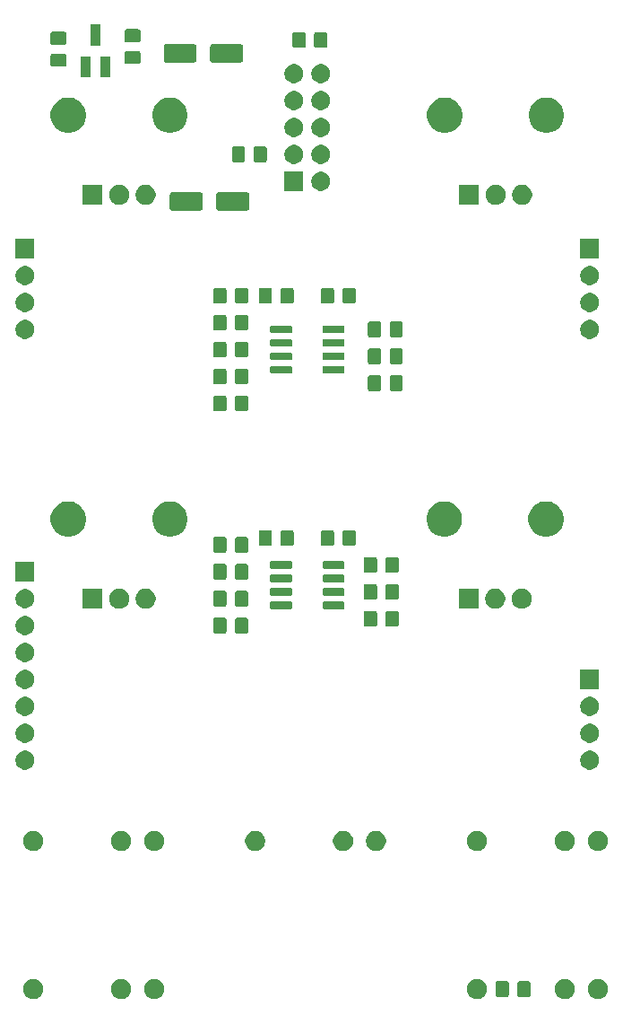
<source format=gbr>
G04 #@! TF.GenerationSoftware,KiCad,Pcbnew,5.1.6-c6e7f7d~87~ubuntu18.04.1*
G04 #@! TF.CreationDate,2020-07-29T19:07:16-04:00*
G04 #@! TF.ProjectId,filter_carrier_board,66696c74-6572-45f6-9361-72726965725f,1*
G04 #@! TF.SameCoordinates,Original*
G04 #@! TF.FileFunction,Soldermask,Bot*
G04 #@! TF.FilePolarity,Negative*
%FSLAX46Y46*%
G04 Gerber Fmt 4.6, Leading zero omitted, Abs format (unit mm)*
G04 Created by KiCad (PCBNEW 5.1.6-c6e7f7d~87~ubuntu18.04.1) date 2020-07-29 19:07:16*
%MOMM*%
%LPD*%
G01*
G04 APERTURE LIST*
%ADD10C,0.100000*%
G04 APERTURE END LIST*
D10*
G36*
X148392395Y-140055546D02*
G01*
X148565466Y-140127234D01*
X148565467Y-140127235D01*
X148721227Y-140231310D01*
X148853690Y-140363773D01*
X148853691Y-140363775D01*
X148957766Y-140519534D01*
X149029454Y-140692605D01*
X149066000Y-140876333D01*
X149066000Y-141063667D01*
X149029454Y-141247395D01*
X148957766Y-141420466D01*
X148957765Y-141420467D01*
X148853690Y-141576227D01*
X148721227Y-141708690D01*
X148642818Y-141761081D01*
X148565466Y-141812766D01*
X148392395Y-141884454D01*
X148208667Y-141921000D01*
X148021333Y-141921000D01*
X147837605Y-141884454D01*
X147664534Y-141812766D01*
X147587182Y-141761081D01*
X147508773Y-141708690D01*
X147376310Y-141576227D01*
X147272235Y-141420467D01*
X147272234Y-141420466D01*
X147200546Y-141247395D01*
X147164000Y-141063667D01*
X147164000Y-140876333D01*
X147200546Y-140692605D01*
X147272234Y-140519534D01*
X147376309Y-140363775D01*
X147376310Y-140363773D01*
X147508773Y-140231310D01*
X147664533Y-140127235D01*
X147664534Y-140127234D01*
X147837605Y-140055546D01*
X148021333Y-140019000D01*
X148208667Y-140019000D01*
X148392395Y-140055546D01*
G37*
G36*
X156692395Y-140055546D02*
G01*
X156865466Y-140127234D01*
X156865467Y-140127235D01*
X157021227Y-140231310D01*
X157153690Y-140363773D01*
X157153691Y-140363775D01*
X157257766Y-140519534D01*
X157329454Y-140692605D01*
X157366000Y-140876333D01*
X157366000Y-141063667D01*
X157329454Y-141247395D01*
X157257766Y-141420466D01*
X157257765Y-141420467D01*
X157153690Y-141576227D01*
X157021227Y-141708690D01*
X156942818Y-141761081D01*
X156865466Y-141812766D01*
X156692395Y-141884454D01*
X156508667Y-141921000D01*
X156321333Y-141921000D01*
X156137605Y-141884454D01*
X155964534Y-141812766D01*
X155887182Y-141761081D01*
X155808773Y-141708690D01*
X155676310Y-141576227D01*
X155572235Y-141420467D01*
X155572234Y-141420466D01*
X155500546Y-141247395D01*
X155464000Y-141063667D01*
X155464000Y-140876333D01*
X155500546Y-140692605D01*
X155572234Y-140519534D01*
X155676309Y-140363775D01*
X155676310Y-140363773D01*
X155808773Y-140231310D01*
X155964533Y-140127235D01*
X155964534Y-140127234D01*
X156137605Y-140055546D01*
X156321333Y-140019000D01*
X156508667Y-140019000D01*
X156692395Y-140055546D01*
G37*
G36*
X114782395Y-140055546D02*
G01*
X114955466Y-140127234D01*
X114955467Y-140127235D01*
X115111227Y-140231310D01*
X115243690Y-140363773D01*
X115243691Y-140363775D01*
X115347766Y-140519534D01*
X115419454Y-140692605D01*
X115456000Y-140876333D01*
X115456000Y-141063667D01*
X115419454Y-141247395D01*
X115347766Y-141420466D01*
X115347765Y-141420467D01*
X115243690Y-141576227D01*
X115111227Y-141708690D01*
X115032818Y-141761081D01*
X114955466Y-141812766D01*
X114782395Y-141884454D01*
X114598667Y-141921000D01*
X114411333Y-141921000D01*
X114227605Y-141884454D01*
X114054534Y-141812766D01*
X113977182Y-141761081D01*
X113898773Y-141708690D01*
X113766310Y-141576227D01*
X113662235Y-141420467D01*
X113662234Y-141420466D01*
X113590546Y-141247395D01*
X113554000Y-141063667D01*
X113554000Y-140876333D01*
X113590546Y-140692605D01*
X113662234Y-140519534D01*
X113766309Y-140363775D01*
X113766310Y-140363773D01*
X113898773Y-140231310D01*
X114054533Y-140127235D01*
X114054534Y-140127234D01*
X114227605Y-140055546D01*
X114411333Y-140019000D01*
X114598667Y-140019000D01*
X114782395Y-140055546D01*
G37*
G36*
X117882395Y-140055546D02*
G01*
X118055466Y-140127234D01*
X118055467Y-140127235D01*
X118211227Y-140231310D01*
X118343690Y-140363773D01*
X118343691Y-140363775D01*
X118447766Y-140519534D01*
X118519454Y-140692605D01*
X118556000Y-140876333D01*
X118556000Y-141063667D01*
X118519454Y-141247395D01*
X118447766Y-141420466D01*
X118447765Y-141420467D01*
X118343690Y-141576227D01*
X118211227Y-141708690D01*
X118132818Y-141761081D01*
X118055466Y-141812766D01*
X117882395Y-141884454D01*
X117698667Y-141921000D01*
X117511333Y-141921000D01*
X117327605Y-141884454D01*
X117154534Y-141812766D01*
X117077182Y-141761081D01*
X116998773Y-141708690D01*
X116866310Y-141576227D01*
X116762235Y-141420467D01*
X116762234Y-141420466D01*
X116690546Y-141247395D01*
X116654000Y-141063667D01*
X116654000Y-140876333D01*
X116690546Y-140692605D01*
X116762234Y-140519534D01*
X116866309Y-140363775D01*
X116866310Y-140363773D01*
X116998773Y-140231310D01*
X117154533Y-140127235D01*
X117154534Y-140127234D01*
X117327605Y-140055546D01*
X117511333Y-140019000D01*
X117698667Y-140019000D01*
X117882395Y-140055546D01*
G37*
G36*
X159792395Y-140055546D02*
G01*
X159965466Y-140127234D01*
X159965467Y-140127235D01*
X160121227Y-140231310D01*
X160253690Y-140363773D01*
X160253691Y-140363775D01*
X160357766Y-140519534D01*
X160429454Y-140692605D01*
X160466000Y-140876333D01*
X160466000Y-141063667D01*
X160429454Y-141247395D01*
X160357766Y-141420466D01*
X160357765Y-141420467D01*
X160253690Y-141576227D01*
X160121227Y-141708690D01*
X160042818Y-141761081D01*
X159965466Y-141812766D01*
X159792395Y-141884454D01*
X159608667Y-141921000D01*
X159421333Y-141921000D01*
X159237605Y-141884454D01*
X159064534Y-141812766D01*
X158987182Y-141761081D01*
X158908773Y-141708690D01*
X158776310Y-141576227D01*
X158672235Y-141420467D01*
X158672234Y-141420466D01*
X158600546Y-141247395D01*
X158564000Y-141063667D01*
X158564000Y-140876333D01*
X158600546Y-140692605D01*
X158672234Y-140519534D01*
X158776309Y-140363775D01*
X158776310Y-140363773D01*
X158908773Y-140231310D01*
X159064533Y-140127235D01*
X159064534Y-140127234D01*
X159237605Y-140055546D01*
X159421333Y-140019000D01*
X159608667Y-140019000D01*
X159792395Y-140055546D01*
G37*
G36*
X106482395Y-140055546D02*
G01*
X106655466Y-140127234D01*
X106655467Y-140127235D01*
X106811227Y-140231310D01*
X106943690Y-140363773D01*
X106943691Y-140363775D01*
X107047766Y-140519534D01*
X107119454Y-140692605D01*
X107156000Y-140876333D01*
X107156000Y-141063667D01*
X107119454Y-141247395D01*
X107047766Y-141420466D01*
X107047765Y-141420467D01*
X106943690Y-141576227D01*
X106811227Y-141708690D01*
X106732818Y-141761081D01*
X106655466Y-141812766D01*
X106482395Y-141884454D01*
X106298667Y-141921000D01*
X106111333Y-141921000D01*
X105927605Y-141884454D01*
X105754534Y-141812766D01*
X105677182Y-141761081D01*
X105598773Y-141708690D01*
X105466310Y-141576227D01*
X105362235Y-141420467D01*
X105362234Y-141420466D01*
X105290546Y-141247395D01*
X105254000Y-141063667D01*
X105254000Y-140876333D01*
X105290546Y-140692605D01*
X105362234Y-140519534D01*
X105466309Y-140363775D01*
X105466310Y-140363773D01*
X105598773Y-140231310D01*
X105754533Y-140127235D01*
X105754534Y-140127234D01*
X105927605Y-140055546D01*
X106111333Y-140019000D01*
X106298667Y-140019000D01*
X106482395Y-140055546D01*
G37*
G36*
X150958674Y-140223465D02*
G01*
X150996367Y-140234899D01*
X151031103Y-140253466D01*
X151061548Y-140278452D01*
X151086534Y-140308897D01*
X151105101Y-140343633D01*
X151116535Y-140381326D01*
X151121000Y-140426661D01*
X151121000Y-141513339D01*
X151116535Y-141558674D01*
X151105101Y-141596367D01*
X151086534Y-141631103D01*
X151061548Y-141661548D01*
X151031103Y-141686534D01*
X150996367Y-141705101D01*
X150958674Y-141716535D01*
X150913339Y-141721000D01*
X150076661Y-141721000D01*
X150031326Y-141716535D01*
X149993633Y-141705101D01*
X149958897Y-141686534D01*
X149928452Y-141661548D01*
X149903466Y-141631103D01*
X149884899Y-141596367D01*
X149873465Y-141558674D01*
X149869000Y-141513339D01*
X149869000Y-140426661D01*
X149873465Y-140381326D01*
X149884899Y-140343633D01*
X149903466Y-140308897D01*
X149928452Y-140278452D01*
X149958897Y-140253466D01*
X149993633Y-140234899D01*
X150031326Y-140223465D01*
X150076661Y-140219000D01*
X150913339Y-140219000D01*
X150958674Y-140223465D01*
G37*
G36*
X153008674Y-140223465D02*
G01*
X153046367Y-140234899D01*
X153081103Y-140253466D01*
X153111548Y-140278452D01*
X153136534Y-140308897D01*
X153155101Y-140343633D01*
X153166535Y-140381326D01*
X153171000Y-140426661D01*
X153171000Y-141513339D01*
X153166535Y-141558674D01*
X153155101Y-141596367D01*
X153136534Y-141631103D01*
X153111548Y-141661548D01*
X153081103Y-141686534D01*
X153046367Y-141705101D01*
X153008674Y-141716535D01*
X152963339Y-141721000D01*
X152126661Y-141721000D01*
X152081326Y-141716535D01*
X152043633Y-141705101D01*
X152008897Y-141686534D01*
X151978452Y-141661548D01*
X151953466Y-141631103D01*
X151934899Y-141596367D01*
X151923465Y-141558674D01*
X151919000Y-141513339D01*
X151919000Y-140426661D01*
X151923465Y-140381326D01*
X151934899Y-140343633D01*
X151953466Y-140308897D01*
X151978452Y-140278452D01*
X152008897Y-140253466D01*
X152043633Y-140234899D01*
X152081326Y-140223465D01*
X152126661Y-140219000D01*
X152963339Y-140219000D01*
X153008674Y-140223465D01*
G37*
G36*
X117882395Y-126085546D02*
G01*
X118055466Y-126157234D01*
X118055467Y-126157235D01*
X118211227Y-126261310D01*
X118343690Y-126393773D01*
X118343691Y-126393775D01*
X118447766Y-126549534D01*
X118519454Y-126722605D01*
X118556000Y-126906333D01*
X118556000Y-127093667D01*
X118519454Y-127277395D01*
X118447766Y-127450466D01*
X118447765Y-127450467D01*
X118343690Y-127606227D01*
X118211227Y-127738690D01*
X118132818Y-127791081D01*
X118055466Y-127842766D01*
X117882395Y-127914454D01*
X117698667Y-127951000D01*
X117511333Y-127951000D01*
X117327605Y-127914454D01*
X117154534Y-127842766D01*
X117077182Y-127791081D01*
X116998773Y-127738690D01*
X116866310Y-127606227D01*
X116762235Y-127450467D01*
X116762234Y-127450466D01*
X116690546Y-127277395D01*
X116654000Y-127093667D01*
X116654000Y-126906333D01*
X116690546Y-126722605D01*
X116762234Y-126549534D01*
X116866309Y-126393775D01*
X116866310Y-126393773D01*
X116998773Y-126261310D01*
X117154533Y-126157235D01*
X117154534Y-126157234D01*
X117327605Y-126085546D01*
X117511333Y-126049000D01*
X117698667Y-126049000D01*
X117882395Y-126085546D01*
G37*
G36*
X156692395Y-126085546D02*
G01*
X156865466Y-126157234D01*
X156865467Y-126157235D01*
X157021227Y-126261310D01*
X157153690Y-126393773D01*
X157153691Y-126393775D01*
X157257766Y-126549534D01*
X157329454Y-126722605D01*
X157366000Y-126906333D01*
X157366000Y-127093667D01*
X157329454Y-127277395D01*
X157257766Y-127450466D01*
X157257765Y-127450467D01*
X157153690Y-127606227D01*
X157021227Y-127738690D01*
X156942818Y-127791081D01*
X156865466Y-127842766D01*
X156692395Y-127914454D01*
X156508667Y-127951000D01*
X156321333Y-127951000D01*
X156137605Y-127914454D01*
X155964534Y-127842766D01*
X155887182Y-127791081D01*
X155808773Y-127738690D01*
X155676310Y-127606227D01*
X155572235Y-127450467D01*
X155572234Y-127450466D01*
X155500546Y-127277395D01*
X155464000Y-127093667D01*
X155464000Y-126906333D01*
X155500546Y-126722605D01*
X155572234Y-126549534D01*
X155676309Y-126393775D01*
X155676310Y-126393773D01*
X155808773Y-126261310D01*
X155964533Y-126157235D01*
X155964534Y-126157234D01*
X156137605Y-126085546D01*
X156321333Y-126049000D01*
X156508667Y-126049000D01*
X156692395Y-126085546D01*
G37*
G36*
X106482395Y-126085546D02*
G01*
X106655466Y-126157234D01*
X106655467Y-126157235D01*
X106811227Y-126261310D01*
X106943690Y-126393773D01*
X106943691Y-126393775D01*
X107047766Y-126549534D01*
X107119454Y-126722605D01*
X107156000Y-126906333D01*
X107156000Y-127093667D01*
X107119454Y-127277395D01*
X107047766Y-127450466D01*
X107047765Y-127450467D01*
X106943690Y-127606227D01*
X106811227Y-127738690D01*
X106732818Y-127791081D01*
X106655466Y-127842766D01*
X106482395Y-127914454D01*
X106298667Y-127951000D01*
X106111333Y-127951000D01*
X105927605Y-127914454D01*
X105754534Y-127842766D01*
X105677182Y-127791081D01*
X105598773Y-127738690D01*
X105466310Y-127606227D01*
X105362235Y-127450467D01*
X105362234Y-127450466D01*
X105290546Y-127277395D01*
X105254000Y-127093667D01*
X105254000Y-126906333D01*
X105290546Y-126722605D01*
X105362234Y-126549534D01*
X105466309Y-126393775D01*
X105466310Y-126393773D01*
X105598773Y-126261310D01*
X105754533Y-126157235D01*
X105754534Y-126157234D01*
X105927605Y-126085546D01*
X106111333Y-126049000D01*
X106298667Y-126049000D01*
X106482395Y-126085546D01*
G37*
G36*
X135737395Y-126085546D02*
G01*
X135910466Y-126157234D01*
X135910467Y-126157235D01*
X136066227Y-126261310D01*
X136198690Y-126393773D01*
X136198691Y-126393775D01*
X136302766Y-126549534D01*
X136374454Y-126722605D01*
X136411000Y-126906333D01*
X136411000Y-127093667D01*
X136374454Y-127277395D01*
X136302766Y-127450466D01*
X136302765Y-127450467D01*
X136198690Y-127606227D01*
X136066227Y-127738690D01*
X135987818Y-127791081D01*
X135910466Y-127842766D01*
X135737395Y-127914454D01*
X135553667Y-127951000D01*
X135366333Y-127951000D01*
X135182605Y-127914454D01*
X135009534Y-127842766D01*
X134932182Y-127791081D01*
X134853773Y-127738690D01*
X134721310Y-127606227D01*
X134617235Y-127450467D01*
X134617234Y-127450466D01*
X134545546Y-127277395D01*
X134509000Y-127093667D01*
X134509000Y-126906333D01*
X134545546Y-126722605D01*
X134617234Y-126549534D01*
X134721309Y-126393775D01*
X134721310Y-126393773D01*
X134853773Y-126261310D01*
X135009533Y-126157235D01*
X135009534Y-126157234D01*
X135182605Y-126085546D01*
X135366333Y-126049000D01*
X135553667Y-126049000D01*
X135737395Y-126085546D01*
G37*
G36*
X138837395Y-126085546D02*
G01*
X139010466Y-126157234D01*
X139010467Y-126157235D01*
X139166227Y-126261310D01*
X139298690Y-126393773D01*
X139298691Y-126393775D01*
X139402766Y-126549534D01*
X139474454Y-126722605D01*
X139511000Y-126906333D01*
X139511000Y-127093667D01*
X139474454Y-127277395D01*
X139402766Y-127450466D01*
X139402765Y-127450467D01*
X139298690Y-127606227D01*
X139166227Y-127738690D01*
X139087818Y-127791081D01*
X139010466Y-127842766D01*
X138837395Y-127914454D01*
X138653667Y-127951000D01*
X138466333Y-127951000D01*
X138282605Y-127914454D01*
X138109534Y-127842766D01*
X138032182Y-127791081D01*
X137953773Y-127738690D01*
X137821310Y-127606227D01*
X137717235Y-127450467D01*
X137717234Y-127450466D01*
X137645546Y-127277395D01*
X137609000Y-127093667D01*
X137609000Y-126906333D01*
X137645546Y-126722605D01*
X137717234Y-126549534D01*
X137821309Y-126393775D01*
X137821310Y-126393773D01*
X137953773Y-126261310D01*
X138109533Y-126157235D01*
X138109534Y-126157234D01*
X138282605Y-126085546D01*
X138466333Y-126049000D01*
X138653667Y-126049000D01*
X138837395Y-126085546D01*
G37*
G36*
X127437395Y-126085546D02*
G01*
X127610466Y-126157234D01*
X127610467Y-126157235D01*
X127766227Y-126261310D01*
X127898690Y-126393773D01*
X127898691Y-126393775D01*
X128002766Y-126549534D01*
X128074454Y-126722605D01*
X128111000Y-126906333D01*
X128111000Y-127093667D01*
X128074454Y-127277395D01*
X128002766Y-127450466D01*
X128002765Y-127450467D01*
X127898690Y-127606227D01*
X127766227Y-127738690D01*
X127687818Y-127791081D01*
X127610466Y-127842766D01*
X127437395Y-127914454D01*
X127253667Y-127951000D01*
X127066333Y-127951000D01*
X126882605Y-127914454D01*
X126709534Y-127842766D01*
X126632182Y-127791081D01*
X126553773Y-127738690D01*
X126421310Y-127606227D01*
X126317235Y-127450467D01*
X126317234Y-127450466D01*
X126245546Y-127277395D01*
X126209000Y-127093667D01*
X126209000Y-126906333D01*
X126245546Y-126722605D01*
X126317234Y-126549534D01*
X126421309Y-126393775D01*
X126421310Y-126393773D01*
X126553773Y-126261310D01*
X126709533Y-126157235D01*
X126709534Y-126157234D01*
X126882605Y-126085546D01*
X127066333Y-126049000D01*
X127253667Y-126049000D01*
X127437395Y-126085546D01*
G37*
G36*
X159792395Y-126085546D02*
G01*
X159965466Y-126157234D01*
X159965467Y-126157235D01*
X160121227Y-126261310D01*
X160253690Y-126393773D01*
X160253691Y-126393775D01*
X160357766Y-126549534D01*
X160429454Y-126722605D01*
X160466000Y-126906333D01*
X160466000Y-127093667D01*
X160429454Y-127277395D01*
X160357766Y-127450466D01*
X160357765Y-127450467D01*
X160253690Y-127606227D01*
X160121227Y-127738690D01*
X160042818Y-127791081D01*
X159965466Y-127842766D01*
X159792395Y-127914454D01*
X159608667Y-127951000D01*
X159421333Y-127951000D01*
X159237605Y-127914454D01*
X159064534Y-127842766D01*
X158987182Y-127791081D01*
X158908773Y-127738690D01*
X158776310Y-127606227D01*
X158672235Y-127450467D01*
X158672234Y-127450466D01*
X158600546Y-127277395D01*
X158564000Y-127093667D01*
X158564000Y-126906333D01*
X158600546Y-126722605D01*
X158672234Y-126549534D01*
X158776309Y-126393775D01*
X158776310Y-126393773D01*
X158908773Y-126261310D01*
X159064533Y-126157235D01*
X159064534Y-126157234D01*
X159237605Y-126085546D01*
X159421333Y-126049000D01*
X159608667Y-126049000D01*
X159792395Y-126085546D01*
G37*
G36*
X148392395Y-126085546D02*
G01*
X148565466Y-126157234D01*
X148565467Y-126157235D01*
X148721227Y-126261310D01*
X148853690Y-126393773D01*
X148853691Y-126393775D01*
X148957766Y-126549534D01*
X149029454Y-126722605D01*
X149066000Y-126906333D01*
X149066000Y-127093667D01*
X149029454Y-127277395D01*
X148957766Y-127450466D01*
X148957765Y-127450467D01*
X148853690Y-127606227D01*
X148721227Y-127738690D01*
X148642818Y-127791081D01*
X148565466Y-127842766D01*
X148392395Y-127914454D01*
X148208667Y-127951000D01*
X148021333Y-127951000D01*
X147837605Y-127914454D01*
X147664534Y-127842766D01*
X147587182Y-127791081D01*
X147508773Y-127738690D01*
X147376310Y-127606227D01*
X147272235Y-127450467D01*
X147272234Y-127450466D01*
X147200546Y-127277395D01*
X147164000Y-127093667D01*
X147164000Y-126906333D01*
X147200546Y-126722605D01*
X147272234Y-126549534D01*
X147376309Y-126393775D01*
X147376310Y-126393773D01*
X147508773Y-126261310D01*
X147664533Y-126157235D01*
X147664534Y-126157234D01*
X147837605Y-126085546D01*
X148021333Y-126049000D01*
X148208667Y-126049000D01*
X148392395Y-126085546D01*
G37*
G36*
X114782395Y-126085546D02*
G01*
X114955466Y-126157234D01*
X114955467Y-126157235D01*
X115111227Y-126261310D01*
X115243690Y-126393773D01*
X115243691Y-126393775D01*
X115347766Y-126549534D01*
X115419454Y-126722605D01*
X115456000Y-126906333D01*
X115456000Y-127093667D01*
X115419454Y-127277395D01*
X115347766Y-127450466D01*
X115347765Y-127450467D01*
X115243690Y-127606227D01*
X115111227Y-127738690D01*
X115032818Y-127791081D01*
X114955466Y-127842766D01*
X114782395Y-127914454D01*
X114598667Y-127951000D01*
X114411333Y-127951000D01*
X114227605Y-127914454D01*
X114054534Y-127842766D01*
X113977182Y-127791081D01*
X113898773Y-127738690D01*
X113766310Y-127606227D01*
X113662235Y-127450467D01*
X113662234Y-127450466D01*
X113590546Y-127277395D01*
X113554000Y-127093667D01*
X113554000Y-126906333D01*
X113590546Y-126722605D01*
X113662234Y-126549534D01*
X113766309Y-126393775D01*
X113766310Y-126393773D01*
X113898773Y-126261310D01*
X114054533Y-126157235D01*
X114054534Y-126157234D01*
X114227605Y-126085546D01*
X114411333Y-126049000D01*
X114598667Y-126049000D01*
X114782395Y-126085546D01*
G37*
G36*
X158863512Y-118483927D02*
G01*
X159012812Y-118513624D01*
X159176784Y-118581544D01*
X159324354Y-118680147D01*
X159449853Y-118805646D01*
X159548456Y-118953216D01*
X159616376Y-119117188D01*
X159651000Y-119291259D01*
X159651000Y-119468741D01*
X159616376Y-119642812D01*
X159548456Y-119806784D01*
X159449853Y-119954354D01*
X159324354Y-120079853D01*
X159176784Y-120178456D01*
X159012812Y-120246376D01*
X158863512Y-120276073D01*
X158838742Y-120281000D01*
X158661258Y-120281000D01*
X158636488Y-120276073D01*
X158487188Y-120246376D01*
X158323216Y-120178456D01*
X158175646Y-120079853D01*
X158050147Y-119954354D01*
X157951544Y-119806784D01*
X157883624Y-119642812D01*
X157849000Y-119468741D01*
X157849000Y-119291259D01*
X157883624Y-119117188D01*
X157951544Y-118953216D01*
X158050147Y-118805646D01*
X158175646Y-118680147D01*
X158323216Y-118581544D01*
X158487188Y-118513624D01*
X158636488Y-118483927D01*
X158661258Y-118479000D01*
X158838742Y-118479000D01*
X158863512Y-118483927D01*
G37*
G36*
X105523512Y-118483927D02*
G01*
X105672812Y-118513624D01*
X105836784Y-118581544D01*
X105984354Y-118680147D01*
X106109853Y-118805646D01*
X106208456Y-118953216D01*
X106276376Y-119117188D01*
X106311000Y-119291259D01*
X106311000Y-119468741D01*
X106276376Y-119642812D01*
X106208456Y-119806784D01*
X106109853Y-119954354D01*
X105984354Y-120079853D01*
X105836784Y-120178456D01*
X105672812Y-120246376D01*
X105523512Y-120276073D01*
X105498742Y-120281000D01*
X105321258Y-120281000D01*
X105296488Y-120276073D01*
X105147188Y-120246376D01*
X104983216Y-120178456D01*
X104835646Y-120079853D01*
X104710147Y-119954354D01*
X104611544Y-119806784D01*
X104543624Y-119642812D01*
X104509000Y-119468741D01*
X104509000Y-119291259D01*
X104543624Y-119117188D01*
X104611544Y-118953216D01*
X104710147Y-118805646D01*
X104835646Y-118680147D01*
X104983216Y-118581544D01*
X105147188Y-118513624D01*
X105296488Y-118483927D01*
X105321258Y-118479000D01*
X105498742Y-118479000D01*
X105523512Y-118483927D01*
G37*
G36*
X105523512Y-115943927D02*
G01*
X105672812Y-115973624D01*
X105836784Y-116041544D01*
X105984354Y-116140147D01*
X106109853Y-116265646D01*
X106208456Y-116413216D01*
X106276376Y-116577188D01*
X106311000Y-116751259D01*
X106311000Y-116928741D01*
X106276376Y-117102812D01*
X106208456Y-117266784D01*
X106109853Y-117414354D01*
X105984354Y-117539853D01*
X105836784Y-117638456D01*
X105672812Y-117706376D01*
X105523512Y-117736073D01*
X105498742Y-117741000D01*
X105321258Y-117741000D01*
X105296488Y-117736073D01*
X105147188Y-117706376D01*
X104983216Y-117638456D01*
X104835646Y-117539853D01*
X104710147Y-117414354D01*
X104611544Y-117266784D01*
X104543624Y-117102812D01*
X104509000Y-116928741D01*
X104509000Y-116751259D01*
X104543624Y-116577188D01*
X104611544Y-116413216D01*
X104710147Y-116265646D01*
X104835646Y-116140147D01*
X104983216Y-116041544D01*
X105147188Y-115973624D01*
X105296488Y-115943927D01*
X105321258Y-115939000D01*
X105498742Y-115939000D01*
X105523512Y-115943927D01*
G37*
G36*
X158863512Y-115943927D02*
G01*
X159012812Y-115973624D01*
X159176784Y-116041544D01*
X159324354Y-116140147D01*
X159449853Y-116265646D01*
X159548456Y-116413216D01*
X159616376Y-116577188D01*
X159651000Y-116751259D01*
X159651000Y-116928741D01*
X159616376Y-117102812D01*
X159548456Y-117266784D01*
X159449853Y-117414354D01*
X159324354Y-117539853D01*
X159176784Y-117638456D01*
X159012812Y-117706376D01*
X158863512Y-117736073D01*
X158838742Y-117741000D01*
X158661258Y-117741000D01*
X158636488Y-117736073D01*
X158487188Y-117706376D01*
X158323216Y-117638456D01*
X158175646Y-117539853D01*
X158050147Y-117414354D01*
X157951544Y-117266784D01*
X157883624Y-117102812D01*
X157849000Y-116928741D01*
X157849000Y-116751259D01*
X157883624Y-116577188D01*
X157951544Y-116413216D01*
X158050147Y-116265646D01*
X158175646Y-116140147D01*
X158323216Y-116041544D01*
X158487188Y-115973624D01*
X158636488Y-115943927D01*
X158661258Y-115939000D01*
X158838742Y-115939000D01*
X158863512Y-115943927D01*
G37*
G36*
X158863512Y-113403927D02*
G01*
X159012812Y-113433624D01*
X159176784Y-113501544D01*
X159324354Y-113600147D01*
X159449853Y-113725646D01*
X159548456Y-113873216D01*
X159616376Y-114037188D01*
X159651000Y-114211259D01*
X159651000Y-114388741D01*
X159616376Y-114562812D01*
X159548456Y-114726784D01*
X159449853Y-114874354D01*
X159324354Y-114999853D01*
X159176784Y-115098456D01*
X159012812Y-115166376D01*
X158863512Y-115196073D01*
X158838742Y-115201000D01*
X158661258Y-115201000D01*
X158636488Y-115196073D01*
X158487188Y-115166376D01*
X158323216Y-115098456D01*
X158175646Y-114999853D01*
X158050147Y-114874354D01*
X157951544Y-114726784D01*
X157883624Y-114562812D01*
X157849000Y-114388741D01*
X157849000Y-114211259D01*
X157883624Y-114037188D01*
X157951544Y-113873216D01*
X158050147Y-113725646D01*
X158175646Y-113600147D01*
X158323216Y-113501544D01*
X158487188Y-113433624D01*
X158636488Y-113403927D01*
X158661258Y-113399000D01*
X158838742Y-113399000D01*
X158863512Y-113403927D01*
G37*
G36*
X105523512Y-113403927D02*
G01*
X105672812Y-113433624D01*
X105836784Y-113501544D01*
X105984354Y-113600147D01*
X106109853Y-113725646D01*
X106208456Y-113873216D01*
X106276376Y-114037188D01*
X106311000Y-114211259D01*
X106311000Y-114388741D01*
X106276376Y-114562812D01*
X106208456Y-114726784D01*
X106109853Y-114874354D01*
X105984354Y-114999853D01*
X105836784Y-115098456D01*
X105672812Y-115166376D01*
X105523512Y-115196073D01*
X105498742Y-115201000D01*
X105321258Y-115201000D01*
X105296488Y-115196073D01*
X105147188Y-115166376D01*
X104983216Y-115098456D01*
X104835646Y-114999853D01*
X104710147Y-114874354D01*
X104611544Y-114726784D01*
X104543624Y-114562812D01*
X104509000Y-114388741D01*
X104509000Y-114211259D01*
X104543624Y-114037188D01*
X104611544Y-113873216D01*
X104710147Y-113725646D01*
X104835646Y-113600147D01*
X104983216Y-113501544D01*
X105147188Y-113433624D01*
X105296488Y-113403927D01*
X105321258Y-113399000D01*
X105498742Y-113399000D01*
X105523512Y-113403927D01*
G37*
G36*
X159651000Y-112661000D02*
G01*
X157849000Y-112661000D01*
X157849000Y-110859000D01*
X159651000Y-110859000D01*
X159651000Y-112661000D01*
G37*
G36*
X105523512Y-110863927D02*
G01*
X105672812Y-110893624D01*
X105836784Y-110961544D01*
X105984354Y-111060147D01*
X106109853Y-111185646D01*
X106208456Y-111333216D01*
X106276376Y-111497188D01*
X106311000Y-111671259D01*
X106311000Y-111848741D01*
X106276376Y-112022812D01*
X106208456Y-112186784D01*
X106109853Y-112334354D01*
X105984354Y-112459853D01*
X105836784Y-112558456D01*
X105672812Y-112626376D01*
X105523512Y-112656073D01*
X105498742Y-112661000D01*
X105321258Y-112661000D01*
X105296488Y-112656073D01*
X105147188Y-112626376D01*
X104983216Y-112558456D01*
X104835646Y-112459853D01*
X104710147Y-112334354D01*
X104611544Y-112186784D01*
X104543624Y-112022812D01*
X104509000Y-111848741D01*
X104509000Y-111671259D01*
X104543624Y-111497188D01*
X104611544Y-111333216D01*
X104710147Y-111185646D01*
X104835646Y-111060147D01*
X104983216Y-110961544D01*
X105147188Y-110893624D01*
X105296488Y-110863927D01*
X105321258Y-110859000D01*
X105498742Y-110859000D01*
X105523512Y-110863927D01*
G37*
G36*
X105523512Y-108323927D02*
G01*
X105672812Y-108353624D01*
X105836784Y-108421544D01*
X105984354Y-108520147D01*
X106109853Y-108645646D01*
X106208456Y-108793216D01*
X106276376Y-108957188D01*
X106311000Y-109131259D01*
X106311000Y-109308741D01*
X106276376Y-109482812D01*
X106208456Y-109646784D01*
X106109853Y-109794354D01*
X105984354Y-109919853D01*
X105836784Y-110018456D01*
X105672812Y-110086376D01*
X105523512Y-110116073D01*
X105498742Y-110121000D01*
X105321258Y-110121000D01*
X105296488Y-110116073D01*
X105147188Y-110086376D01*
X104983216Y-110018456D01*
X104835646Y-109919853D01*
X104710147Y-109794354D01*
X104611544Y-109646784D01*
X104543624Y-109482812D01*
X104509000Y-109308741D01*
X104509000Y-109131259D01*
X104543624Y-108957188D01*
X104611544Y-108793216D01*
X104710147Y-108645646D01*
X104835646Y-108520147D01*
X104983216Y-108421544D01*
X105147188Y-108353624D01*
X105296488Y-108323927D01*
X105321258Y-108319000D01*
X105498742Y-108319000D01*
X105523512Y-108323927D01*
G37*
G36*
X105523512Y-105783927D02*
G01*
X105672812Y-105813624D01*
X105836784Y-105881544D01*
X105984354Y-105980147D01*
X106109853Y-106105646D01*
X106208456Y-106253216D01*
X106276376Y-106417188D01*
X106297587Y-106523827D01*
X106311000Y-106591258D01*
X106311000Y-106768742D01*
X106306618Y-106790770D01*
X106276376Y-106942812D01*
X106208456Y-107106784D01*
X106109853Y-107254354D01*
X105984354Y-107379853D01*
X105836784Y-107478456D01*
X105672812Y-107546376D01*
X105523512Y-107576073D01*
X105498742Y-107581000D01*
X105321258Y-107581000D01*
X105296488Y-107576073D01*
X105147188Y-107546376D01*
X104983216Y-107478456D01*
X104835646Y-107379853D01*
X104710147Y-107254354D01*
X104611544Y-107106784D01*
X104543624Y-106942812D01*
X104513382Y-106790770D01*
X104509000Y-106768742D01*
X104509000Y-106591258D01*
X104522413Y-106523827D01*
X104543624Y-106417188D01*
X104611544Y-106253216D01*
X104710147Y-106105646D01*
X104835646Y-105980147D01*
X104983216Y-105881544D01*
X105147188Y-105813624D01*
X105296488Y-105783927D01*
X105321258Y-105779000D01*
X105498742Y-105779000D01*
X105523512Y-105783927D01*
G37*
G36*
X126338674Y-105933465D02*
G01*
X126376367Y-105944899D01*
X126411103Y-105963466D01*
X126441548Y-105988452D01*
X126466534Y-106018897D01*
X126485101Y-106053633D01*
X126496535Y-106091326D01*
X126501000Y-106136661D01*
X126501000Y-107223339D01*
X126496535Y-107268674D01*
X126485101Y-107306367D01*
X126466534Y-107341103D01*
X126441548Y-107371548D01*
X126411103Y-107396534D01*
X126376367Y-107415101D01*
X126338674Y-107426535D01*
X126293339Y-107431000D01*
X125456661Y-107431000D01*
X125411326Y-107426535D01*
X125373633Y-107415101D01*
X125338897Y-107396534D01*
X125308452Y-107371548D01*
X125283466Y-107341103D01*
X125264899Y-107306367D01*
X125253465Y-107268674D01*
X125249000Y-107223339D01*
X125249000Y-106136661D01*
X125253465Y-106091326D01*
X125264899Y-106053633D01*
X125283466Y-106018897D01*
X125308452Y-105988452D01*
X125338897Y-105963466D01*
X125373633Y-105944899D01*
X125411326Y-105933465D01*
X125456661Y-105929000D01*
X126293339Y-105929000D01*
X126338674Y-105933465D01*
G37*
G36*
X124288674Y-105933465D02*
G01*
X124326367Y-105944899D01*
X124361103Y-105963466D01*
X124391548Y-105988452D01*
X124416534Y-106018897D01*
X124435101Y-106053633D01*
X124446535Y-106091326D01*
X124451000Y-106136661D01*
X124451000Y-107223339D01*
X124446535Y-107268674D01*
X124435101Y-107306367D01*
X124416534Y-107341103D01*
X124391548Y-107371548D01*
X124361103Y-107396534D01*
X124326367Y-107415101D01*
X124288674Y-107426535D01*
X124243339Y-107431000D01*
X123406661Y-107431000D01*
X123361326Y-107426535D01*
X123323633Y-107415101D01*
X123288897Y-107396534D01*
X123258452Y-107371548D01*
X123233466Y-107341103D01*
X123214899Y-107306367D01*
X123203465Y-107268674D01*
X123199000Y-107223339D01*
X123199000Y-106136661D01*
X123203465Y-106091326D01*
X123214899Y-106053633D01*
X123233466Y-106018897D01*
X123258452Y-105988452D01*
X123288897Y-105963466D01*
X123323633Y-105944899D01*
X123361326Y-105933465D01*
X123406661Y-105929000D01*
X124243339Y-105929000D01*
X124288674Y-105933465D01*
G37*
G36*
X140553674Y-105298465D02*
G01*
X140591367Y-105309899D01*
X140626103Y-105328466D01*
X140656548Y-105353452D01*
X140681534Y-105383897D01*
X140700101Y-105418633D01*
X140711535Y-105456326D01*
X140716000Y-105501661D01*
X140716000Y-106588339D01*
X140711535Y-106633674D01*
X140700101Y-106671367D01*
X140681534Y-106706103D01*
X140656548Y-106736548D01*
X140626103Y-106761534D01*
X140591367Y-106780101D01*
X140553674Y-106791535D01*
X140508339Y-106796000D01*
X139671661Y-106796000D01*
X139626326Y-106791535D01*
X139588633Y-106780101D01*
X139553897Y-106761534D01*
X139523452Y-106736548D01*
X139498466Y-106706103D01*
X139479899Y-106671367D01*
X139468465Y-106633674D01*
X139464000Y-106588339D01*
X139464000Y-105501661D01*
X139468465Y-105456326D01*
X139479899Y-105418633D01*
X139498466Y-105383897D01*
X139523452Y-105353452D01*
X139553897Y-105328466D01*
X139588633Y-105309899D01*
X139626326Y-105298465D01*
X139671661Y-105294000D01*
X140508339Y-105294000D01*
X140553674Y-105298465D01*
G37*
G36*
X138503674Y-105298465D02*
G01*
X138541367Y-105309899D01*
X138576103Y-105328466D01*
X138606548Y-105353452D01*
X138631534Y-105383897D01*
X138650101Y-105418633D01*
X138661535Y-105456326D01*
X138666000Y-105501661D01*
X138666000Y-106588339D01*
X138661535Y-106633674D01*
X138650101Y-106671367D01*
X138631534Y-106706103D01*
X138606548Y-106736548D01*
X138576103Y-106761534D01*
X138541367Y-106780101D01*
X138503674Y-106791535D01*
X138458339Y-106796000D01*
X137621661Y-106796000D01*
X137576326Y-106791535D01*
X137538633Y-106780101D01*
X137503897Y-106761534D01*
X137473452Y-106736548D01*
X137448466Y-106706103D01*
X137429899Y-106671367D01*
X137418465Y-106633674D01*
X137414000Y-106588339D01*
X137414000Y-105501661D01*
X137418465Y-105456326D01*
X137429899Y-105418633D01*
X137448466Y-105383897D01*
X137473452Y-105353452D01*
X137503897Y-105328466D01*
X137538633Y-105309899D01*
X137576326Y-105298465D01*
X137621661Y-105294000D01*
X138458339Y-105294000D01*
X138503674Y-105298465D01*
G37*
G36*
X135489928Y-104426764D02*
G01*
X135511009Y-104433160D01*
X135530445Y-104443548D01*
X135547476Y-104457524D01*
X135561452Y-104474555D01*
X135571840Y-104493991D01*
X135578236Y-104515072D01*
X135581000Y-104543140D01*
X135581000Y-105006860D01*
X135578236Y-105034928D01*
X135571840Y-105056009D01*
X135561452Y-105075445D01*
X135547476Y-105092476D01*
X135530445Y-105106452D01*
X135511009Y-105116840D01*
X135489928Y-105123236D01*
X135461860Y-105126000D01*
X133648140Y-105126000D01*
X133620072Y-105123236D01*
X133598991Y-105116840D01*
X133579555Y-105106452D01*
X133562524Y-105092476D01*
X133548548Y-105075445D01*
X133538160Y-105056009D01*
X133531764Y-105034928D01*
X133529000Y-105006860D01*
X133529000Y-104543140D01*
X133531764Y-104515072D01*
X133538160Y-104493991D01*
X133548548Y-104474555D01*
X133562524Y-104457524D01*
X133579555Y-104443548D01*
X133598991Y-104433160D01*
X133620072Y-104426764D01*
X133648140Y-104424000D01*
X135461860Y-104424000D01*
X135489928Y-104426764D01*
G37*
G36*
X130539928Y-104426764D02*
G01*
X130561009Y-104433160D01*
X130580445Y-104443548D01*
X130597476Y-104457524D01*
X130611452Y-104474555D01*
X130621840Y-104493991D01*
X130628236Y-104515072D01*
X130631000Y-104543140D01*
X130631000Y-105006860D01*
X130628236Y-105034928D01*
X130621840Y-105056009D01*
X130611452Y-105075445D01*
X130597476Y-105092476D01*
X130580445Y-105106452D01*
X130561009Y-105116840D01*
X130539928Y-105123236D01*
X130511860Y-105126000D01*
X128698140Y-105126000D01*
X128670072Y-105123236D01*
X128648991Y-105116840D01*
X128629555Y-105106452D01*
X128612524Y-105092476D01*
X128598548Y-105075445D01*
X128588160Y-105056009D01*
X128581764Y-105034928D01*
X128579000Y-105006860D01*
X128579000Y-104543140D01*
X128581764Y-104515072D01*
X128588160Y-104493991D01*
X128598548Y-104474555D01*
X128612524Y-104457524D01*
X128629555Y-104443548D01*
X128648991Y-104433160D01*
X128670072Y-104426764D01*
X128698140Y-104424000D01*
X130511860Y-104424000D01*
X130539928Y-104426764D01*
G37*
G36*
X112751000Y-105091000D02*
G01*
X110849000Y-105091000D01*
X110849000Y-103189000D01*
X112751000Y-103189000D01*
X112751000Y-105091000D01*
G37*
G36*
X148271000Y-105091000D02*
G01*
X146369000Y-105091000D01*
X146369000Y-103189000D01*
X148271000Y-103189000D01*
X148271000Y-105091000D01*
G37*
G36*
X150097395Y-103225546D02*
G01*
X150270466Y-103297234D01*
X150270467Y-103297235D01*
X150426227Y-103401310D01*
X150558690Y-103533773D01*
X150558691Y-103533775D01*
X150662766Y-103689534D01*
X150734454Y-103862605D01*
X150771000Y-104046333D01*
X150771000Y-104233667D01*
X150734454Y-104417395D01*
X150662766Y-104590466D01*
X150643816Y-104618827D01*
X150558690Y-104746227D01*
X150426227Y-104878690D01*
X150347818Y-104931081D01*
X150270466Y-104982766D01*
X150097395Y-105054454D01*
X149913667Y-105091000D01*
X149726333Y-105091000D01*
X149542605Y-105054454D01*
X149369534Y-104982766D01*
X149292182Y-104931081D01*
X149213773Y-104878690D01*
X149081310Y-104746227D01*
X148996184Y-104618827D01*
X148977234Y-104590466D01*
X148905546Y-104417395D01*
X148869000Y-104233667D01*
X148869000Y-104046333D01*
X148905546Y-103862605D01*
X148977234Y-103689534D01*
X149081309Y-103533775D01*
X149081310Y-103533773D01*
X149213773Y-103401310D01*
X149369533Y-103297235D01*
X149369534Y-103297234D01*
X149542605Y-103225546D01*
X149726333Y-103189000D01*
X149913667Y-103189000D01*
X150097395Y-103225546D01*
G37*
G36*
X114577395Y-103225546D02*
G01*
X114750466Y-103297234D01*
X114750467Y-103297235D01*
X114906227Y-103401310D01*
X115038690Y-103533773D01*
X115038691Y-103533775D01*
X115142766Y-103689534D01*
X115214454Y-103862605D01*
X115251000Y-104046333D01*
X115251000Y-104233667D01*
X115214454Y-104417395D01*
X115142766Y-104590466D01*
X115123816Y-104618827D01*
X115038690Y-104746227D01*
X114906227Y-104878690D01*
X114827818Y-104931081D01*
X114750466Y-104982766D01*
X114577395Y-105054454D01*
X114393667Y-105091000D01*
X114206333Y-105091000D01*
X114022605Y-105054454D01*
X113849534Y-104982766D01*
X113772182Y-104931081D01*
X113693773Y-104878690D01*
X113561310Y-104746227D01*
X113476184Y-104618827D01*
X113457234Y-104590466D01*
X113385546Y-104417395D01*
X113349000Y-104233667D01*
X113349000Y-104046333D01*
X113385546Y-103862605D01*
X113457234Y-103689534D01*
X113561309Y-103533775D01*
X113561310Y-103533773D01*
X113693773Y-103401310D01*
X113849533Y-103297235D01*
X113849534Y-103297234D01*
X114022605Y-103225546D01*
X114206333Y-103189000D01*
X114393667Y-103189000D01*
X114577395Y-103225546D01*
G37*
G36*
X152597395Y-103225546D02*
G01*
X152770466Y-103297234D01*
X152770467Y-103297235D01*
X152926227Y-103401310D01*
X153058690Y-103533773D01*
X153058691Y-103533775D01*
X153162766Y-103689534D01*
X153234454Y-103862605D01*
X153271000Y-104046333D01*
X153271000Y-104233667D01*
X153234454Y-104417395D01*
X153162766Y-104590466D01*
X153143816Y-104618827D01*
X153058690Y-104746227D01*
X152926227Y-104878690D01*
X152847818Y-104931081D01*
X152770466Y-104982766D01*
X152597395Y-105054454D01*
X152413667Y-105091000D01*
X152226333Y-105091000D01*
X152042605Y-105054454D01*
X151869534Y-104982766D01*
X151792182Y-104931081D01*
X151713773Y-104878690D01*
X151581310Y-104746227D01*
X151496184Y-104618827D01*
X151477234Y-104590466D01*
X151405546Y-104417395D01*
X151369000Y-104233667D01*
X151369000Y-104046333D01*
X151405546Y-103862605D01*
X151477234Y-103689534D01*
X151581309Y-103533775D01*
X151581310Y-103533773D01*
X151713773Y-103401310D01*
X151869533Y-103297235D01*
X151869534Y-103297234D01*
X152042605Y-103225546D01*
X152226333Y-103189000D01*
X152413667Y-103189000D01*
X152597395Y-103225546D01*
G37*
G36*
X117077395Y-103225546D02*
G01*
X117250466Y-103297234D01*
X117250467Y-103297235D01*
X117406227Y-103401310D01*
X117538690Y-103533773D01*
X117538691Y-103533775D01*
X117642766Y-103689534D01*
X117714454Y-103862605D01*
X117751000Y-104046333D01*
X117751000Y-104233667D01*
X117714454Y-104417395D01*
X117642766Y-104590466D01*
X117623816Y-104618827D01*
X117538690Y-104746227D01*
X117406227Y-104878690D01*
X117327818Y-104931081D01*
X117250466Y-104982766D01*
X117077395Y-105054454D01*
X116893667Y-105091000D01*
X116706333Y-105091000D01*
X116522605Y-105054454D01*
X116349534Y-104982766D01*
X116272182Y-104931081D01*
X116193773Y-104878690D01*
X116061310Y-104746227D01*
X115976184Y-104618827D01*
X115957234Y-104590466D01*
X115885546Y-104417395D01*
X115849000Y-104233667D01*
X115849000Y-104046333D01*
X115885546Y-103862605D01*
X115957234Y-103689534D01*
X116061309Y-103533775D01*
X116061310Y-103533773D01*
X116193773Y-103401310D01*
X116349533Y-103297235D01*
X116349534Y-103297234D01*
X116522605Y-103225546D01*
X116706333Y-103189000D01*
X116893667Y-103189000D01*
X117077395Y-103225546D01*
G37*
G36*
X105523512Y-103243927D02*
G01*
X105672812Y-103273624D01*
X105836784Y-103341544D01*
X105984354Y-103440147D01*
X106109853Y-103565646D01*
X106208456Y-103713216D01*
X106276376Y-103877188D01*
X106297587Y-103983827D01*
X106311000Y-104051258D01*
X106311000Y-104228742D01*
X106306618Y-104250770D01*
X106276376Y-104402812D01*
X106208456Y-104566784D01*
X106109853Y-104714354D01*
X105984354Y-104839853D01*
X105836784Y-104938456D01*
X105672812Y-105006376D01*
X105529268Y-105034928D01*
X105498742Y-105041000D01*
X105321258Y-105041000D01*
X105290732Y-105034928D01*
X105147188Y-105006376D01*
X104983216Y-104938456D01*
X104835646Y-104839853D01*
X104710147Y-104714354D01*
X104611544Y-104566784D01*
X104543624Y-104402812D01*
X104513382Y-104250770D01*
X104509000Y-104228742D01*
X104509000Y-104051258D01*
X104522413Y-103983827D01*
X104543624Y-103877188D01*
X104611544Y-103713216D01*
X104710147Y-103565646D01*
X104835646Y-103440147D01*
X104983216Y-103341544D01*
X105147188Y-103273624D01*
X105296488Y-103243927D01*
X105321258Y-103239000D01*
X105498742Y-103239000D01*
X105523512Y-103243927D01*
G37*
G36*
X126338674Y-103393465D02*
G01*
X126376367Y-103404899D01*
X126411103Y-103423466D01*
X126441548Y-103448452D01*
X126466534Y-103478897D01*
X126485101Y-103513633D01*
X126496535Y-103551326D01*
X126501000Y-103596661D01*
X126501000Y-104683339D01*
X126496535Y-104728674D01*
X126485101Y-104766367D01*
X126466534Y-104801103D01*
X126441548Y-104831548D01*
X126411103Y-104856534D01*
X126376367Y-104875101D01*
X126338674Y-104886535D01*
X126293339Y-104891000D01*
X125456661Y-104891000D01*
X125411326Y-104886535D01*
X125373633Y-104875101D01*
X125338897Y-104856534D01*
X125308452Y-104831548D01*
X125283466Y-104801103D01*
X125264899Y-104766367D01*
X125253465Y-104728674D01*
X125249000Y-104683339D01*
X125249000Y-103596661D01*
X125253465Y-103551326D01*
X125264899Y-103513633D01*
X125283466Y-103478897D01*
X125308452Y-103448452D01*
X125338897Y-103423466D01*
X125373633Y-103404899D01*
X125411326Y-103393465D01*
X125456661Y-103389000D01*
X126293339Y-103389000D01*
X126338674Y-103393465D01*
G37*
G36*
X124288674Y-103393465D02*
G01*
X124326367Y-103404899D01*
X124361103Y-103423466D01*
X124391548Y-103448452D01*
X124416534Y-103478897D01*
X124435101Y-103513633D01*
X124446535Y-103551326D01*
X124451000Y-103596661D01*
X124451000Y-104683339D01*
X124446535Y-104728674D01*
X124435101Y-104766367D01*
X124416534Y-104801103D01*
X124391548Y-104831548D01*
X124361103Y-104856534D01*
X124326367Y-104875101D01*
X124288674Y-104886535D01*
X124243339Y-104891000D01*
X123406661Y-104891000D01*
X123361326Y-104886535D01*
X123323633Y-104875101D01*
X123288897Y-104856534D01*
X123258452Y-104831548D01*
X123233466Y-104801103D01*
X123214899Y-104766367D01*
X123203465Y-104728674D01*
X123199000Y-104683339D01*
X123199000Y-103596661D01*
X123203465Y-103551326D01*
X123214899Y-103513633D01*
X123233466Y-103478897D01*
X123258452Y-103448452D01*
X123288897Y-103423466D01*
X123323633Y-103404899D01*
X123361326Y-103393465D01*
X123406661Y-103389000D01*
X124243339Y-103389000D01*
X124288674Y-103393465D01*
G37*
G36*
X138503674Y-102758465D02*
G01*
X138541367Y-102769899D01*
X138576103Y-102788466D01*
X138606548Y-102813452D01*
X138631534Y-102843897D01*
X138650101Y-102878633D01*
X138661535Y-102916326D01*
X138666000Y-102961661D01*
X138666000Y-104048339D01*
X138661535Y-104093674D01*
X138650101Y-104131367D01*
X138631534Y-104166103D01*
X138606548Y-104196548D01*
X138576103Y-104221534D01*
X138541367Y-104240101D01*
X138503674Y-104251535D01*
X138458339Y-104256000D01*
X137621661Y-104256000D01*
X137576326Y-104251535D01*
X137538633Y-104240101D01*
X137503897Y-104221534D01*
X137473452Y-104196548D01*
X137448466Y-104166103D01*
X137429899Y-104131367D01*
X137418465Y-104093674D01*
X137414000Y-104048339D01*
X137414000Y-102961661D01*
X137418465Y-102916326D01*
X137429899Y-102878633D01*
X137448466Y-102843897D01*
X137473452Y-102813452D01*
X137503897Y-102788466D01*
X137538633Y-102769899D01*
X137576326Y-102758465D01*
X137621661Y-102754000D01*
X138458339Y-102754000D01*
X138503674Y-102758465D01*
G37*
G36*
X140553674Y-102758465D02*
G01*
X140591367Y-102769899D01*
X140626103Y-102788466D01*
X140656548Y-102813452D01*
X140681534Y-102843897D01*
X140700101Y-102878633D01*
X140711535Y-102916326D01*
X140716000Y-102961661D01*
X140716000Y-104048339D01*
X140711535Y-104093674D01*
X140700101Y-104131367D01*
X140681534Y-104166103D01*
X140656548Y-104196548D01*
X140626103Y-104221534D01*
X140591367Y-104240101D01*
X140553674Y-104251535D01*
X140508339Y-104256000D01*
X139671661Y-104256000D01*
X139626326Y-104251535D01*
X139588633Y-104240101D01*
X139553897Y-104221534D01*
X139523452Y-104196548D01*
X139498466Y-104166103D01*
X139479899Y-104131367D01*
X139468465Y-104093674D01*
X139464000Y-104048339D01*
X139464000Y-102961661D01*
X139468465Y-102916326D01*
X139479899Y-102878633D01*
X139498466Y-102843897D01*
X139523452Y-102813452D01*
X139553897Y-102788466D01*
X139588633Y-102769899D01*
X139626326Y-102758465D01*
X139671661Y-102754000D01*
X140508339Y-102754000D01*
X140553674Y-102758465D01*
G37*
G36*
X135489928Y-103156764D02*
G01*
X135511009Y-103163160D01*
X135530445Y-103173548D01*
X135547476Y-103187524D01*
X135561452Y-103204555D01*
X135571840Y-103223991D01*
X135578236Y-103245072D01*
X135581000Y-103273140D01*
X135581000Y-103736860D01*
X135578236Y-103764928D01*
X135571840Y-103786009D01*
X135561452Y-103805445D01*
X135547476Y-103822476D01*
X135530445Y-103836452D01*
X135511009Y-103846840D01*
X135489928Y-103853236D01*
X135461860Y-103856000D01*
X133648140Y-103856000D01*
X133620072Y-103853236D01*
X133598991Y-103846840D01*
X133579555Y-103836452D01*
X133562524Y-103822476D01*
X133548548Y-103805445D01*
X133538160Y-103786009D01*
X133531764Y-103764928D01*
X133529000Y-103736860D01*
X133529000Y-103273140D01*
X133531764Y-103245072D01*
X133538160Y-103223991D01*
X133548548Y-103204555D01*
X133562524Y-103187524D01*
X133579555Y-103173548D01*
X133598991Y-103163160D01*
X133620072Y-103156764D01*
X133648140Y-103154000D01*
X135461860Y-103154000D01*
X135489928Y-103156764D01*
G37*
G36*
X130539928Y-103156764D02*
G01*
X130561009Y-103163160D01*
X130580445Y-103173548D01*
X130597476Y-103187524D01*
X130611452Y-103204555D01*
X130621840Y-103223991D01*
X130628236Y-103245072D01*
X130631000Y-103273140D01*
X130631000Y-103736860D01*
X130628236Y-103764928D01*
X130621840Y-103786009D01*
X130611452Y-103805445D01*
X130597476Y-103822476D01*
X130580445Y-103836452D01*
X130561009Y-103846840D01*
X130539928Y-103853236D01*
X130511860Y-103856000D01*
X128698140Y-103856000D01*
X128670072Y-103853236D01*
X128648991Y-103846840D01*
X128629555Y-103836452D01*
X128612524Y-103822476D01*
X128598548Y-103805445D01*
X128588160Y-103786009D01*
X128581764Y-103764928D01*
X128579000Y-103736860D01*
X128579000Y-103273140D01*
X128581764Y-103245072D01*
X128588160Y-103223991D01*
X128598548Y-103204555D01*
X128612524Y-103187524D01*
X128629555Y-103173548D01*
X128648991Y-103163160D01*
X128670072Y-103156764D01*
X128698140Y-103154000D01*
X130511860Y-103154000D01*
X130539928Y-103156764D01*
G37*
G36*
X130539928Y-101886764D02*
G01*
X130561009Y-101893160D01*
X130580445Y-101903548D01*
X130597476Y-101917524D01*
X130611452Y-101934555D01*
X130621840Y-101953991D01*
X130628236Y-101975072D01*
X130631000Y-102003140D01*
X130631000Y-102466860D01*
X130628236Y-102494928D01*
X130621840Y-102516009D01*
X130611452Y-102535445D01*
X130597476Y-102552476D01*
X130580445Y-102566452D01*
X130561009Y-102576840D01*
X130539928Y-102583236D01*
X130511860Y-102586000D01*
X128698140Y-102586000D01*
X128670072Y-102583236D01*
X128648991Y-102576840D01*
X128629555Y-102566452D01*
X128612524Y-102552476D01*
X128598548Y-102535445D01*
X128588160Y-102516009D01*
X128581764Y-102494928D01*
X128579000Y-102466860D01*
X128579000Y-102003140D01*
X128581764Y-101975072D01*
X128588160Y-101953991D01*
X128598548Y-101934555D01*
X128612524Y-101917524D01*
X128629555Y-101903548D01*
X128648991Y-101893160D01*
X128670072Y-101886764D01*
X128698140Y-101884000D01*
X130511860Y-101884000D01*
X130539928Y-101886764D01*
G37*
G36*
X135489928Y-101886764D02*
G01*
X135511009Y-101893160D01*
X135530445Y-101903548D01*
X135547476Y-101917524D01*
X135561452Y-101934555D01*
X135571840Y-101953991D01*
X135578236Y-101975072D01*
X135581000Y-102003140D01*
X135581000Y-102466860D01*
X135578236Y-102494928D01*
X135571840Y-102516009D01*
X135561452Y-102535445D01*
X135547476Y-102552476D01*
X135530445Y-102566452D01*
X135511009Y-102576840D01*
X135489928Y-102583236D01*
X135461860Y-102586000D01*
X133648140Y-102586000D01*
X133620072Y-102583236D01*
X133598991Y-102576840D01*
X133579555Y-102566452D01*
X133562524Y-102552476D01*
X133548548Y-102535445D01*
X133538160Y-102516009D01*
X133531764Y-102494928D01*
X133529000Y-102466860D01*
X133529000Y-102003140D01*
X133531764Y-101975072D01*
X133538160Y-101953991D01*
X133548548Y-101934555D01*
X133562524Y-101917524D01*
X133579555Y-101903548D01*
X133598991Y-101893160D01*
X133620072Y-101886764D01*
X133648140Y-101884000D01*
X135461860Y-101884000D01*
X135489928Y-101886764D01*
G37*
G36*
X106311000Y-102501000D02*
G01*
X104509000Y-102501000D01*
X104509000Y-100699000D01*
X106311000Y-100699000D01*
X106311000Y-102501000D01*
G37*
G36*
X124288674Y-100853465D02*
G01*
X124326367Y-100864899D01*
X124361103Y-100883466D01*
X124391548Y-100908452D01*
X124416534Y-100938897D01*
X124435101Y-100973633D01*
X124446535Y-101011326D01*
X124451000Y-101056661D01*
X124451000Y-102143339D01*
X124446535Y-102188674D01*
X124435101Y-102226367D01*
X124416534Y-102261103D01*
X124391548Y-102291548D01*
X124361103Y-102316534D01*
X124326367Y-102335101D01*
X124288674Y-102346535D01*
X124243339Y-102351000D01*
X123406661Y-102351000D01*
X123361326Y-102346535D01*
X123323633Y-102335101D01*
X123288897Y-102316534D01*
X123258452Y-102291548D01*
X123233466Y-102261103D01*
X123214899Y-102226367D01*
X123203465Y-102188674D01*
X123199000Y-102143339D01*
X123199000Y-101056661D01*
X123203465Y-101011326D01*
X123214899Y-100973633D01*
X123233466Y-100938897D01*
X123258452Y-100908452D01*
X123288897Y-100883466D01*
X123323633Y-100864899D01*
X123361326Y-100853465D01*
X123406661Y-100849000D01*
X124243339Y-100849000D01*
X124288674Y-100853465D01*
G37*
G36*
X126338674Y-100853465D02*
G01*
X126376367Y-100864899D01*
X126411103Y-100883466D01*
X126441548Y-100908452D01*
X126466534Y-100938897D01*
X126485101Y-100973633D01*
X126496535Y-101011326D01*
X126501000Y-101056661D01*
X126501000Y-102143339D01*
X126496535Y-102188674D01*
X126485101Y-102226367D01*
X126466534Y-102261103D01*
X126441548Y-102291548D01*
X126411103Y-102316534D01*
X126376367Y-102335101D01*
X126338674Y-102346535D01*
X126293339Y-102351000D01*
X125456661Y-102351000D01*
X125411326Y-102346535D01*
X125373633Y-102335101D01*
X125338897Y-102316534D01*
X125308452Y-102291548D01*
X125283466Y-102261103D01*
X125264899Y-102226367D01*
X125253465Y-102188674D01*
X125249000Y-102143339D01*
X125249000Y-101056661D01*
X125253465Y-101011326D01*
X125264899Y-100973633D01*
X125283466Y-100938897D01*
X125308452Y-100908452D01*
X125338897Y-100883466D01*
X125373633Y-100864899D01*
X125411326Y-100853465D01*
X125456661Y-100849000D01*
X126293339Y-100849000D01*
X126338674Y-100853465D01*
G37*
G36*
X138503674Y-100218465D02*
G01*
X138541367Y-100229899D01*
X138576103Y-100248466D01*
X138606548Y-100273452D01*
X138631534Y-100303897D01*
X138650101Y-100338633D01*
X138661535Y-100376326D01*
X138666000Y-100421661D01*
X138666000Y-101508339D01*
X138661535Y-101553674D01*
X138650101Y-101591367D01*
X138631534Y-101626103D01*
X138606548Y-101656548D01*
X138576103Y-101681534D01*
X138541367Y-101700101D01*
X138503674Y-101711535D01*
X138458339Y-101716000D01*
X137621661Y-101716000D01*
X137576326Y-101711535D01*
X137538633Y-101700101D01*
X137503897Y-101681534D01*
X137473452Y-101656548D01*
X137448466Y-101626103D01*
X137429899Y-101591367D01*
X137418465Y-101553674D01*
X137414000Y-101508339D01*
X137414000Y-100421661D01*
X137418465Y-100376326D01*
X137429899Y-100338633D01*
X137448466Y-100303897D01*
X137473452Y-100273452D01*
X137503897Y-100248466D01*
X137538633Y-100229899D01*
X137576326Y-100218465D01*
X137621661Y-100214000D01*
X138458339Y-100214000D01*
X138503674Y-100218465D01*
G37*
G36*
X140553674Y-100218465D02*
G01*
X140591367Y-100229899D01*
X140626103Y-100248466D01*
X140656548Y-100273452D01*
X140681534Y-100303897D01*
X140700101Y-100338633D01*
X140711535Y-100376326D01*
X140716000Y-100421661D01*
X140716000Y-101508339D01*
X140711535Y-101553674D01*
X140700101Y-101591367D01*
X140681534Y-101626103D01*
X140656548Y-101656548D01*
X140626103Y-101681534D01*
X140591367Y-101700101D01*
X140553674Y-101711535D01*
X140508339Y-101716000D01*
X139671661Y-101716000D01*
X139626326Y-101711535D01*
X139588633Y-101700101D01*
X139553897Y-101681534D01*
X139523452Y-101656548D01*
X139498466Y-101626103D01*
X139479899Y-101591367D01*
X139468465Y-101553674D01*
X139464000Y-101508339D01*
X139464000Y-100421661D01*
X139468465Y-100376326D01*
X139479899Y-100338633D01*
X139498466Y-100303897D01*
X139523452Y-100273452D01*
X139553897Y-100248466D01*
X139588633Y-100229899D01*
X139626326Y-100218465D01*
X139671661Y-100214000D01*
X140508339Y-100214000D01*
X140553674Y-100218465D01*
G37*
G36*
X135489928Y-100616764D02*
G01*
X135511009Y-100623160D01*
X135530445Y-100633548D01*
X135547476Y-100647524D01*
X135561452Y-100664555D01*
X135571840Y-100683991D01*
X135578236Y-100705072D01*
X135581000Y-100733140D01*
X135581000Y-101196860D01*
X135578236Y-101224928D01*
X135571840Y-101246009D01*
X135561452Y-101265445D01*
X135547476Y-101282476D01*
X135530445Y-101296452D01*
X135511009Y-101306840D01*
X135489928Y-101313236D01*
X135461860Y-101316000D01*
X133648140Y-101316000D01*
X133620072Y-101313236D01*
X133598991Y-101306840D01*
X133579555Y-101296452D01*
X133562524Y-101282476D01*
X133548548Y-101265445D01*
X133538160Y-101246009D01*
X133531764Y-101224928D01*
X133529000Y-101196860D01*
X133529000Y-100733140D01*
X133531764Y-100705072D01*
X133538160Y-100683991D01*
X133548548Y-100664555D01*
X133562524Y-100647524D01*
X133579555Y-100633548D01*
X133598991Y-100623160D01*
X133620072Y-100616764D01*
X133648140Y-100614000D01*
X135461860Y-100614000D01*
X135489928Y-100616764D01*
G37*
G36*
X130539928Y-100616764D02*
G01*
X130561009Y-100623160D01*
X130580445Y-100633548D01*
X130597476Y-100647524D01*
X130611452Y-100664555D01*
X130621840Y-100683991D01*
X130628236Y-100705072D01*
X130631000Y-100733140D01*
X130631000Y-101196860D01*
X130628236Y-101224928D01*
X130621840Y-101246009D01*
X130611452Y-101265445D01*
X130597476Y-101282476D01*
X130580445Y-101296452D01*
X130561009Y-101306840D01*
X130539928Y-101313236D01*
X130511860Y-101316000D01*
X128698140Y-101316000D01*
X128670072Y-101313236D01*
X128648991Y-101306840D01*
X128629555Y-101296452D01*
X128612524Y-101282476D01*
X128598548Y-101265445D01*
X128588160Y-101246009D01*
X128581764Y-101224928D01*
X128579000Y-101196860D01*
X128579000Y-100733140D01*
X128581764Y-100705072D01*
X128588160Y-100683991D01*
X128598548Y-100664555D01*
X128612524Y-100647524D01*
X128629555Y-100633548D01*
X128648991Y-100623160D01*
X128670072Y-100616764D01*
X128698140Y-100614000D01*
X130511860Y-100614000D01*
X130539928Y-100616764D01*
G37*
G36*
X126338674Y-98313465D02*
G01*
X126376367Y-98324899D01*
X126411103Y-98343466D01*
X126441548Y-98368452D01*
X126466534Y-98398897D01*
X126485101Y-98433633D01*
X126496535Y-98471326D01*
X126501000Y-98516661D01*
X126501000Y-99603339D01*
X126496535Y-99648674D01*
X126485101Y-99686367D01*
X126466534Y-99721103D01*
X126441548Y-99751548D01*
X126411103Y-99776534D01*
X126376367Y-99795101D01*
X126338674Y-99806535D01*
X126293339Y-99811000D01*
X125456661Y-99811000D01*
X125411326Y-99806535D01*
X125373633Y-99795101D01*
X125338897Y-99776534D01*
X125308452Y-99751548D01*
X125283466Y-99721103D01*
X125264899Y-99686367D01*
X125253465Y-99648674D01*
X125249000Y-99603339D01*
X125249000Y-98516661D01*
X125253465Y-98471326D01*
X125264899Y-98433633D01*
X125283466Y-98398897D01*
X125308452Y-98368452D01*
X125338897Y-98343466D01*
X125373633Y-98324899D01*
X125411326Y-98313465D01*
X125456661Y-98309000D01*
X126293339Y-98309000D01*
X126338674Y-98313465D01*
G37*
G36*
X124288674Y-98313465D02*
G01*
X124326367Y-98324899D01*
X124361103Y-98343466D01*
X124391548Y-98368452D01*
X124416534Y-98398897D01*
X124435101Y-98433633D01*
X124446535Y-98471326D01*
X124451000Y-98516661D01*
X124451000Y-99603339D01*
X124446535Y-99648674D01*
X124435101Y-99686367D01*
X124416534Y-99721103D01*
X124391548Y-99751548D01*
X124361103Y-99776534D01*
X124326367Y-99795101D01*
X124288674Y-99806535D01*
X124243339Y-99811000D01*
X123406661Y-99811000D01*
X123361326Y-99806535D01*
X123323633Y-99795101D01*
X123288897Y-99776534D01*
X123258452Y-99751548D01*
X123233466Y-99721103D01*
X123214899Y-99686367D01*
X123203465Y-99648674D01*
X123199000Y-99603339D01*
X123199000Y-98516661D01*
X123203465Y-98471326D01*
X123214899Y-98433633D01*
X123233466Y-98398897D01*
X123258452Y-98368452D01*
X123288897Y-98343466D01*
X123323633Y-98324899D01*
X123361326Y-98313465D01*
X123406661Y-98309000D01*
X124243339Y-98309000D01*
X124288674Y-98313465D01*
G37*
G36*
X128588674Y-97678465D02*
G01*
X128626367Y-97689899D01*
X128661103Y-97708466D01*
X128691548Y-97733452D01*
X128716534Y-97763897D01*
X128735101Y-97798633D01*
X128746535Y-97836326D01*
X128751000Y-97881661D01*
X128751000Y-98968339D01*
X128746535Y-99013674D01*
X128735101Y-99051367D01*
X128716534Y-99086103D01*
X128691548Y-99116548D01*
X128661103Y-99141534D01*
X128626367Y-99160101D01*
X128588674Y-99171535D01*
X128543339Y-99176000D01*
X127706661Y-99176000D01*
X127661326Y-99171535D01*
X127623633Y-99160101D01*
X127588897Y-99141534D01*
X127558452Y-99116548D01*
X127533466Y-99086103D01*
X127514899Y-99051367D01*
X127503465Y-99013674D01*
X127499000Y-98968339D01*
X127499000Y-97881661D01*
X127503465Y-97836326D01*
X127514899Y-97798633D01*
X127533466Y-97763897D01*
X127558452Y-97733452D01*
X127588897Y-97708466D01*
X127623633Y-97689899D01*
X127661326Y-97678465D01*
X127706661Y-97674000D01*
X128543339Y-97674000D01*
X128588674Y-97678465D01*
G37*
G36*
X136498674Y-97678465D02*
G01*
X136536367Y-97689899D01*
X136571103Y-97708466D01*
X136601548Y-97733452D01*
X136626534Y-97763897D01*
X136645101Y-97798633D01*
X136656535Y-97836326D01*
X136661000Y-97881661D01*
X136661000Y-98968339D01*
X136656535Y-99013674D01*
X136645101Y-99051367D01*
X136626534Y-99086103D01*
X136601548Y-99116548D01*
X136571103Y-99141534D01*
X136536367Y-99160101D01*
X136498674Y-99171535D01*
X136453339Y-99176000D01*
X135616661Y-99176000D01*
X135571326Y-99171535D01*
X135533633Y-99160101D01*
X135498897Y-99141534D01*
X135468452Y-99116548D01*
X135443466Y-99086103D01*
X135424899Y-99051367D01*
X135413465Y-99013674D01*
X135409000Y-98968339D01*
X135409000Y-97881661D01*
X135413465Y-97836326D01*
X135424899Y-97798633D01*
X135443466Y-97763897D01*
X135468452Y-97733452D01*
X135498897Y-97708466D01*
X135533633Y-97689899D01*
X135571326Y-97678465D01*
X135616661Y-97674000D01*
X136453339Y-97674000D01*
X136498674Y-97678465D01*
G37*
G36*
X134448674Y-97678465D02*
G01*
X134486367Y-97689899D01*
X134521103Y-97708466D01*
X134551548Y-97733452D01*
X134576534Y-97763897D01*
X134595101Y-97798633D01*
X134606535Y-97836326D01*
X134611000Y-97881661D01*
X134611000Y-98968339D01*
X134606535Y-99013674D01*
X134595101Y-99051367D01*
X134576534Y-99086103D01*
X134551548Y-99116548D01*
X134521103Y-99141534D01*
X134486367Y-99160101D01*
X134448674Y-99171535D01*
X134403339Y-99176000D01*
X133566661Y-99176000D01*
X133521326Y-99171535D01*
X133483633Y-99160101D01*
X133448897Y-99141534D01*
X133418452Y-99116548D01*
X133393466Y-99086103D01*
X133374899Y-99051367D01*
X133363465Y-99013674D01*
X133359000Y-98968339D01*
X133359000Y-97881661D01*
X133363465Y-97836326D01*
X133374899Y-97798633D01*
X133393466Y-97763897D01*
X133418452Y-97733452D01*
X133448897Y-97708466D01*
X133483633Y-97689899D01*
X133521326Y-97678465D01*
X133566661Y-97674000D01*
X134403339Y-97674000D01*
X134448674Y-97678465D01*
G37*
G36*
X130638674Y-97678465D02*
G01*
X130676367Y-97689899D01*
X130711103Y-97708466D01*
X130741548Y-97733452D01*
X130766534Y-97763897D01*
X130785101Y-97798633D01*
X130796535Y-97836326D01*
X130801000Y-97881661D01*
X130801000Y-98968339D01*
X130796535Y-99013674D01*
X130785101Y-99051367D01*
X130766534Y-99086103D01*
X130741548Y-99116548D01*
X130711103Y-99141534D01*
X130676367Y-99160101D01*
X130638674Y-99171535D01*
X130593339Y-99176000D01*
X129756661Y-99176000D01*
X129711326Y-99171535D01*
X129673633Y-99160101D01*
X129638897Y-99141534D01*
X129608452Y-99116548D01*
X129583466Y-99086103D01*
X129564899Y-99051367D01*
X129553465Y-99013674D01*
X129549000Y-98968339D01*
X129549000Y-97881661D01*
X129553465Y-97836326D01*
X129564899Y-97798633D01*
X129583466Y-97763897D01*
X129608452Y-97733452D01*
X129638897Y-97708466D01*
X129673633Y-97689899D01*
X129711326Y-97678465D01*
X129756661Y-97674000D01*
X130593339Y-97674000D01*
X130638674Y-97678465D01*
G37*
G36*
X155107412Y-95033215D02*
G01*
X155411514Y-95159178D01*
X155685199Y-95342049D01*
X155917951Y-95574801D01*
X156100822Y-95848486D01*
X156226785Y-96152588D01*
X156291000Y-96475420D01*
X156291000Y-96804580D01*
X156226785Y-97127412D01*
X156100822Y-97431514D01*
X155917951Y-97705199D01*
X155685199Y-97937951D01*
X155411514Y-98120822D01*
X155107412Y-98246785D01*
X154784580Y-98311000D01*
X154455420Y-98311000D01*
X154132588Y-98246785D01*
X153828486Y-98120822D01*
X153554801Y-97937951D01*
X153322049Y-97705199D01*
X153139178Y-97431514D01*
X153013215Y-97127412D01*
X152949000Y-96804580D01*
X152949000Y-96475420D01*
X153013215Y-96152588D01*
X153139178Y-95848486D01*
X153322049Y-95574801D01*
X153554801Y-95342049D01*
X153828486Y-95159178D01*
X154132588Y-95033215D01*
X154455420Y-94969000D01*
X154784580Y-94969000D01*
X155107412Y-95033215D01*
G37*
G36*
X145507412Y-95033215D02*
G01*
X145811514Y-95159178D01*
X146085199Y-95342049D01*
X146317951Y-95574801D01*
X146500822Y-95848486D01*
X146626785Y-96152588D01*
X146691000Y-96475420D01*
X146691000Y-96804580D01*
X146626785Y-97127412D01*
X146500822Y-97431514D01*
X146317951Y-97705199D01*
X146085199Y-97937951D01*
X145811514Y-98120822D01*
X145507412Y-98246785D01*
X145184580Y-98311000D01*
X144855420Y-98311000D01*
X144532588Y-98246785D01*
X144228486Y-98120822D01*
X143954801Y-97937951D01*
X143722049Y-97705199D01*
X143539178Y-97431514D01*
X143413215Y-97127412D01*
X143349000Y-96804580D01*
X143349000Y-96475420D01*
X143413215Y-96152588D01*
X143539178Y-95848486D01*
X143722049Y-95574801D01*
X143954801Y-95342049D01*
X144228486Y-95159178D01*
X144532588Y-95033215D01*
X144855420Y-94969000D01*
X145184580Y-94969000D01*
X145507412Y-95033215D01*
G37*
G36*
X109987412Y-95033215D02*
G01*
X110291514Y-95159178D01*
X110565199Y-95342049D01*
X110797951Y-95574801D01*
X110980822Y-95848486D01*
X111106785Y-96152588D01*
X111171000Y-96475420D01*
X111171000Y-96804580D01*
X111106785Y-97127412D01*
X110980822Y-97431514D01*
X110797951Y-97705199D01*
X110565199Y-97937951D01*
X110291514Y-98120822D01*
X109987412Y-98246785D01*
X109664580Y-98311000D01*
X109335420Y-98311000D01*
X109012588Y-98246785D01*
X108708486Y-98120822D01*
X108434801Y-97937951D01*
X108202049Y-97705199D01*
X108019178Y-97431514D01*
X107893215Y-97127412D01*
X107829000Y-96804580D01*
X107829000Y-96475420D01*
X107893215Y-96152588D01*
X108019178Y-95848486D01*
X108202049Y-95574801D01*
X108434801Y-95342049D01*
X108708486Y-95159178D01*
X109012588Y-95033215D01*
X109335420Y-94969000D01*
X109664580Y-94969000D01*
X109987412Y-95033215D01*
G37*
G36*
X119587412Y-95033215D02*
G01*
X119891514Y-95159178D01*
X120165199Y-95342049D01*
X120397951Y-95574801D01*
X120580822Y-95848486D01*
X120706785Y-96152588D01*
X120771000Y-96475420D01*
X120771000Y-96804580D01*
X120706785Y-97127412D01*
X120580822Y-97431514D01*
X120397951Y-97705199D01*
X120165199Y-97937951D01*
X119891514Y-98120822D01*
X119587412Y-98246785D01*
X119264580Y-98311000D01*
X118935420Y-98311000D01*
X118612588Y-98246785D01*
X118308486Y-98120822D01*
X118034801Y-97937951D01*
X117802049Y-97705199D01*
X117619178Y-97431514D01*
X117493215Y-97127412D01*
X117429000Y-96804580D01*
X117429000Y-96475420D01*
X117493215Y-96152588D01*
X117619178Y-95848486D01*
X117802049Y-95574801D01*
X118034801Y-95342049D01*
X118308486Y-95159178D01*
X118612588Y-95033215D01*
X118935420Y-94969000D01*
X119264580Y-94969000D01*
X119587412Y-95033215D01*
G37*
G36*
X124288674Y-84978465D02*
G01*
X124326367Y-84989899D01*
X124361103Y-85008466D01*
X124391548Y-85033452D01*
X124416534Y-85063897D01*
X124435101Y-85098633D01*
X124446535Y-85136326D01*
X124451000Y-85181661D01*
X124451000Y-86268339D01*
X124446535Y-86313674D01*
X124435101Y-86351367D01*
X124416534Y-86386103D01*
X124391548Y-86416548D01*
X124361103Y-86441534D01*
X124326367Y-86460101D01*
X124288674Y-86471535D01*
X124243339Y-86476000D01*
X123406661Y-86476000D01*
X123361326Y-86471535D01*
X123323633Y-86460101D01*
X123288897Y-86441534D01*
X123258452Y-86416548D01*
X123233466Y-86386103D01*
X123214899Y-86351367D01*
X123203465Y-86313674D01*
X123199000Y-86268339D01*
X123199000Y-85181661D01*
X123203465Y-85136326D01*
X123214899Y-85098633D01*
X123233466Y-85063897D01*
X123258452Y-85033452D01*
X123288897Y-85008466D01*
X123323633Y-84989899D01*
X123361326Y-84978465D01*
X123406661Y-84974000D01*
X124243339Y-84974000D01*
X124288674Y-84978465D01*
G37*
G36*
X126338674Y-84978465D02*
G01*
X126376367Y-84989899D01*
X126411103Y-85008466D01*
X126441548Y-85033452D01*
X126466534Y-85063897D01*
X126485101Y-85098633D01*
X126496535Y-85136326D01*
X126501000Y-85181661D01*
X126501000Y-86268339D01*
X126496535Y-86313674D01*
X126485101Y-86351367D01*
X126466534Y-86386103D01*
X126441548Y-86416548D01*
X126411103Y-86441534D01*
X126376367Y-86460101D01*
X126338674Y-86471535D01*
X126293339Y-86476000D01*
X125456661Y-86476000D01*
X125411326Y-86471535D01*
X125373633Y-86460101D01*
X125338897Y-86441534D01*
X125308452Y-86416548D01*
X125283466Y-86386103D01*
X125264899Y-86351367D01*
X125253465Y-86313674D01*
X125249000Y-86268339D01*
X125249000Y-85181661D01*
X125253465Y-85136326D01*
X125264899Y-85098633D01*
X125283466Y-85063897D01*
X125308452Y-85033452D01*
X125338897Y-85008466D01*
X125373633Y-84989899D01*
X125411326Y-84978465D01*
X125456661Y-84974000D01*
X126293339Y-84974000D01*
X126338674Y-84978465D01*
G37*
G36*
X140943674Y-83073465D02*
G01*
X140981367Y-83084899D01*
X141016103Y-83103466D01*
X141046548Y-83128452D01*
X141071534Y-83158897D01*
X141090101Y-83193633D01*
X141101535Y-83231326D01*
X141106000Y-83276661D01*
X141106000Y-84363339D01*
X141101535Y-84408674D01*
X141090101Y-84446367D01*
X141071534Y-84481103D01*
X141046548Y-84511548D01*
X141016103Y-84536534D01*
X140981367Y-84555101D01*
X140943674Y-84566535D01*
X140898339Y-84571000D01*
X140061661Y-84571000D01*
X140016326Y-84566535D01*
X139978633Y-84555101D01*
X139943897Y-84536534D01*
X139913452Y-84511548D01*
X139888466Y-84481103D01*
X139869899Y-84446367D01*
X139858465Y-84408674D01*
X139854000Y-84363339D01*
X139854000Y-83276661D01*
X139858465Y-83231326D01*
X139869899Y-83193633D01*
X139888466Y-83158897D01*
X139913452Y-83128452D01*
X139943897Y-83103466D01*
X139978633Y-83084899D01*
X140016326Y-83073465D01*
X140061661Y-83069000D01*
X140898339Y-83069000D01*
X140943674Y-83073465D01*
G37*
G36*
X138893674Y-83073465D02*
G01*
X138931367Y-83084899D01*
X138966103Y-83103466D01*
X138996548Y-83128452D01*
X139021534Y-83158897D01*
X139040101Y-83193633D01*
X139051535Y-83231326D01*
X139056000Y-83276661D01*
X139056000Y-84363339D01*
X139051535Y-84408674D01*
X139040101Y-84446367D01*
X139021534Y-84481103D01*
X138996548Y-84511548D01*
X138966103Y-84536534D01*
X138931367Y-84555101D01*
X138893674Y-84566535D01*
X138848339Y-84571000D01*
X138011661Y-84571000D01*
X137966326Y-84566535D01*
X137928633Y-84555101D01*
X137893897Y-84536534D01*
X137863452Y-84511548D01*
X137838466Y-84481103D01*
X137819899Y-84446367D01*
X137808465Y-84408674D01*
X137804000Y-84363339D01*
X137804000Y-83276661D01*
X137808465Y-83231326D01*
X137819899Y-83193633D01*
X137838466Y-83158897D01*
X137863452Y-83128452D01*
X137893897Y-83103466D01*
X137928633Y-83084899D01*
X137966326Y-83073465D01*
X138011661Y-83069000D01*
X138848339Y-83069000D01*
X138893674Y-83073465D01*
G37*
G36*
X126338674Y-82438465D02*
G01*
X126376367Y-82449899D01*
X126411103Y-82468466D01*
X126441548Y-82493452D01*
X126466534Y-82523897D01*
X126485101Y-82558633D01*
X126496535Y-82596326D01*
X126501000Y-82641661D01*
X126501000Y-83728339D01*
X126496535Y-83773674D01*
X126485101Y-83811367D01*
X126466534Y-83846103D01*
X126441548Y-83876548D01*
X126411103Y-83901534D01*
X126376367Y-83920101D01*
X126338674Y-83931535D01*
X126293339Y-83936000D01*
X125456661Y-83936000D01*
X125411326Y-83931535D01*
X125373633Y-83920101D01*
X125338897Y-83901534D01*
X125308452Y-83876548D01*
X125283466Y-83846103D01*
X125264899Y-83811367D01*
X125253465Y-83773674D01*
X125249000Y-83728339D01*
X125249000Y-82641661D01*
X125253465Y-82596326D01*
X125264899Y-82558633D01*
X125283466Y-82523897D01*
X125308452Y-82493452D01*
X125338897Y-82468466D01*
X125373633Y-82449899D01*
X125411326Y-82438465D01*
X125456661Y-82434000D01*
X126293339Y-82434000D01*
X126338674Y-82438465D01*
G37*
G36*
X124288674Y-82438465D02*
G01*
X124326367Y-82449899D01*
X124361103Y-82468466D01*
X124391548Y-82493452D01*
X124416534Y-82523897D01*
X124435101Y-82558633D01*
X124446535Y-82596326D01*
X124451000Y-82641661D01*
X124451000Y-83728339D01*
X124446535Y-83773674D01*
X124435101Y-83811367D01*
X124416534Y-83846103D01*
X124391548Y-83876548D01*
X124361103Y-83901534D01*
X124326367Y-83920101D01*
X124288674Y-83931535D01*
X124243339Y-83936000D01*
X123406661Y-83936000D01*
X123361326Y-83931535D01*
X123323633Y-83920101D01*
X123288897Y-83901534D01*
X123258452Y-83876548D01*
X123233466Y-83846103D01*
X123214899Y-83811367D01*
X123203465Y-83773674D01*
X123199000Y-83728339D01*
X123199000Y-82641661D01*
X123203465Y-82596326D01*
X123214899Y-82558633D01*
X123233466Y-82523897D01*
X123258452Y-82493452D01*
X123288897Y-82468466D01*
X123323633Y-82449899D01*
X123361326Y-82438465D01*
X123406661Y-82434000D01*
X124243339Y-82434000D01*
X124288674Y-82438465D01*
G37*
G36*
X130539928Y-82201764D02*
G01*
X130561009Y-82208160D01*
X130580445Y-82218548D01*
X130597476Y-82232524D01*
X130611452Y-82249555D01*
X130621840Y-82268991D01*
X130628236Y-82290072D01*
X130631000Y-82318140D01*
X130631000Y-82781860D01*
X130628236Y-82809928D01*
X130621840Y-82831009D01*
X130611452Y-82850445D01*
X130597476Y-82867476D01*
X130580445Y-82881452D01*
X130561009Y-82891840D01*
X130539928Y-82898236D01*
X130511860Y-82901000D01*
X128698140Y-82901000D01*
X128670072Y-82898236D01*
X128648991Y-82891840D01*
X128629555Y-82881452D01*
X128612524Y-82867476D01*
X128598548Y-82850445D01*
X128588160Y-82831009D01*
X128581764Y-82809928D01*
X128579000Y-82781860D01*
X128579000Y-82318140D01*
X128581764Y-82290072D01*
X128588160Y-82268991D01*
X128598548Y-82249555D01*
X128612524Y-82232524D01*
X128629555Y-82218548D01*
X128648991Y-82208160D01*
X128670072Y-82201764D01*
X128698140Y-82199000D01*
X130511860Y-82199000D01*
X130539928Y-82201764D01*
G37*
G36*
X135489928Y-82201764D02*
G01*
X135511009Y-82208160D01*
X135530445Y-82218548D01*
X135547476Y-82232524D01*
X135561452Y-82249555D01*
X135571840Y-82268991D01*
X135578236Y-82290072D01*
X135581000Y-82318140D01*
X135581000Y-82781860D01*
X135578236Y-82809928D01*
X135571840Y-82831009D01*
X135561452Y-82850445D01*
X135547476Y-82867476D01*
X135530445Y-82881452D01*
X135511009Y-82891840D01*
X135489928Y-82898236D01*
X135461860Y-82901000D01*
X133648140Y-82901000D01*
X133620072Y-82898236D01*
X133598991Y-82891840D01*
X133579555Y-82881452D01*
X133562524Y-82867476D01*
X133548548Y-82850445D01*
X133538160Y-82831009D01*
X133531764Y-82809928D01*
X133529000Y-82781860D01*
X133529000Y-82318140D01*
X133531764Y-82290072D01*
X133538160Y-82268991D01*
X133548548Y-82249555D01*
X133562524Y-82232524D01*
X133579555Y-82218548D01*
X133598991Y-82208160D01*
X133620072Y-82201764D01*
X133648140Y-82199000D01*
X135461860Y-82199000D01*
X135489928Y-82201764D01*
G37*
G36*
X138893674Y-80533465D02*
G01*
X138931367Y-80544899D01*
X138966103Y-80563466D01*
X138996548Y-80588452D01*
X139021534Y-80618897D01*
X139040101Y-80653633D01*
X139051535Y-80691326D01*
X139056000Y-80736661D01*
X139056000Y-81823339D01*
X139051535Y-81868674D01*
X139040101Y-81906367D01*
X139021534Y-81941103D01*
X138996548Y-81971548D01*
X138966103Y-81996534D01*
X138931367Y-82015101D01*
X138893674Y-82026535D01*
X138848339Y-82031000D01*
X138011661Y-82031000D01*
X137966326Y-82026535D01*
X137928633Y-82015101D01*
X137893897Y-81996534D01*
X137863452Y-81971548D01*
X137838466Y-81941103D01*
X137819899Y-81906367D01*
X137808465Y-81868674D01*
X137804000Y-81823339D01*
X137804000Y-80736661D01*
X137808465Y-80691326D01*
X137819899Y-80653633D01*
X137838466Y-80618897D01*
X137863452Y-80588452D01*
X137893897Y-80563466D01*
X137928633Y-80544899D01*
X137966326Y-80533465D01*
X138011661Y-80529000D01*
X138848339Y-80529000D01*
X138893674Y-80533465D01*
G37*
G36*
X140943674Y-80533465D02*
G01*
X140981367Y-80544899D01*
X141016103Y-80563466D01*
X141046548Y-80588452D01*
X141071534Y-80618897D01*
X141090101Y-80653633D01*
X141101535Y-80691326D01*
X141106000Y-80736661D01*
X141106000Y-81823339D01*
X141101535Y-81868674D01*
X141090101Y-81906367D01*
X141071534Y-81941103D01*
X141046548Y-81971548D01*
X141016103Y-81996534D01*
X140981367Y-82015101D01*
X140943674Y-82026535D01*
X140898339Y-82031000D01*
X140061661Y-82031000D01*
X140016326Y-82026535D01*
X139978633Y-82015101D01*
X139943897Y-81996534D01*
X139913452Y-81971548D01*
X139888466Y-81941103D01*
X139869899Y-81906367D01*
X139858465Y-81868674D01*
X139854000Y-81823339D01*
X139854000Y-80736661D01*
X139858465Y-80691326D01*
X139869899Y-80653633D01*
X139888466Y-80618897D01*
X139913452Y-80588452D01*
X139943897Y-80563466D01*
X139978633Y-80544899D01*
X140016326Y-80533465D01*
X140061661Y-80529000D01*
X140898339Y-80529000D01*
X140943674Y-80533465D01*
G37*
G36*
X135489928Y-80931764D02*
G01*
X135511009Y-80938160D01*
X135530445Y-80948548D01*
X135547476Y-80962524D01*
X135561452Y-80979555D01*
X135571840Y-80998991D01*
X135578236Y-81020072D01*
X135581000Y-81048140D01*
X135581000Y-81511860D01*
X135578236Y-81539928D01*
X135571840Y-81561009D01*
X135561452Y-81580445D01*
X135547476Y-81597476D01*
X135530445Y-81611452D01*
X135511009Y-81621840D01*
X135489928Y-81628236D01*
X135461860Y-81631000D01*
X133648140Y-81631000D01*
X133620072Y-81628236D01*
X133598991Y-81621840D01*
X133579555Y-81611452D01*
X133562524Y-81597476D01*
X133548548Y-81580445D01*
X133538160Y-81561009D01*
X133531764Y-81539928D01*
X133529000Y-81511860D01*
X133529000Y-81048140D01*
X133531764Y-81020072D01*
X133538160Y-80998991D01*
X133548548Y-80979555D01*
X133562524Y-80962524D01*
X133579555Y-80948548D01*
X133598991Y-80938160D01*
X133620072Y-80931764D01*
X133648140Y-80929000D01*
X135461860Y-80929000D01*
X135489928Y-80931764D01*
G37*
G36*
X130539928Y-80931764D02*
G01*
X130561009Y-80938160D01*
X130580445Y-80948548D01*
X130597476Y-80962524D01*
X130611452Y-80979555D01*
X130621840Y-80998991D01*
X130628236Y-81020072D01*
X130631000Y-81048140D01*
X130631000Y-81511860D01*
X130628236Y-81539928D01*
X130621840Y-81561009D01*
X130611452Y-81580445D01*
X130597476Y-81597476D01*
X130580445Y-81611452D01*
X130561009Y-81621840D01*
X130539928Y-81628236D01*
X130511860Y-81631000D01*
X128698140Y-81631000D01*
X128670072Y-81628236D01*
X128648991Y-81621840D01*
X128629555Y-81611452D01*
X128612524Y-81597476D01*
X128598548Y-81580445D01*
X128588160Y-81561009D01*
X128581764Y-81539928D01*
X128579000Y-81511860D01*
X128579000Y-81048140D01*
X128581764Y-81020072D01*
X128588160Y-80998991D01*
X128598548Y-80979555D01*
X128612524Y-80962524D01*
X128629555Y-80948548D01*
X128648991Y-80938160D01*
X128670072Y-80931764D01*
X128698140Y-80929000D01*
X130511860Y-80929000D01*
X130539928Y-80931764D01*
G37*
G36*
X124288674Y-79898465D02*
G01*
X124326367Y-79909899D01*
X124361103Y-79928466D01*
X124391548Y-79953452D01*
X124416534Y-79983897D01*
X124435101Y-80018633D01*
X124446535Y-80056326D01*
X124451000Y-80101661D01*
X124451000Y-81188339D01*
X124446535Y-81233674D01*
X124435101Y-81271367D01*
X124416534Y-81306103D01*
X124391548Y-81336548D01*
X124361103Y-81361534D01*
X124326367Y-81380101D01*
X124288674Y-81391535D01*
X124243339Y-81396000D01*
X123406661Y-81396000D01*
X123361326Y-81391535D01*
X123323633Y-81380101D01*
X123288897Y-81361534D01*
X123258452Y-81336548D01*
X123233466Y-81306103D01*
X123214899Y-81271367D01*
X123203465Y-81233674D01*
X123199000Y-81188339D01*
X123199000Y-80101661D01*
X123203465Y-80056326D01*
X123214899Y-80018633D01*
X123233466Y-79983897D01*
X123258452Y-79953452D01*
X123288897Y-79928466D01*
X123323633Y-79909899D01*
X123361326Y-79898465D01*
X123406661Y-79894000D01*
X124243339Y-79894000D01*
X124288674Y-79898465D01*
G37*
G36*
X126338674Y-79898465D02*
G01*
X126376367Y-79909899D01*
X126411103Y-79928466D01*
X126441548Y-79953452D01*
X126466534Y-79983897D01*
X126485101Y-80018633D01*
X126496535Y-80056326D01*
X126501000Y-80101661D01*
X126501000Y-81188339D01*
X126496535Y-81233674D01*
X126485101Y-81271367D01*
X126466534Y-81306103D01*
X126441548Y-81336548D01*
X126411103Y-81361534D01*
X126376367Y-81380101D01*
X126338674Y-81391535D01*
X126293339Y-81396000D01*
X125456661Y-81396000D01*
X125411326Y-81391535D01*
X125373633Y-81380101D01*
X125338897Y-81361534D01*
X125308452Y-81336548D01*
X125283466Y-81306103D01*
X125264899Y-81271367D01*
X125253465Y-81233674D01*
X125249000Y-81188339D01*
X125249000Y-80101661D01*
X125253465Y-80056326D01*
X125264899Y-80018633D01*
X125283466Y-79983897D01*
X125308452Y-79953452D01*
X125338897Y-79928466D01*
X125373633Y-79909899D01*
X125411326Y-79898465D01*
X125456661Y-79894000D01*
X126293339Y-79894000D01*
X126338674Y-79898465D01*
G37*
G36*
X135489928Y-79661764D02*
G01*
X135511009Y-79668160D01*
X135530445Y-79678548D01*
X135547476Y-79692524D01*
X135561452Y-79709555D01*
X135571840Y-79728991D01*
X135578236Y-79750072D01*
X135581000Y-79778140D01*
X135581000Y-80241860D01*
X135578236Y-80269928D01*
X135571840Y-80291009D01*
X135561452Y-80310445D01*
X135547476Y-80327476D01*
X135530445Y-80341452D01*
X135511009Y-80351840D01*
X135489928Y-80358236D01*
X135461860Y-80361000D01*
X133648140Y-80361000D01*
X133620072Y-80358236D01*
X133598991Y-80351840D01*
X133579555Y-80341452D01*
X133562524Y-80327476D01*
X133548548Y-80310445D01*
X133538160Y-80291009D01*
X133531764Y-80269928D01*
X133529000Y-80241860D01*
X133529000Y-79778140D01*
X133531764Y-79750072D01*
X133538160Y-79728991D01*
X133548548Y-79709555D01*
X133562524Y-79692524D01*
X133579555Y-79678548D01*
X133598991Y-79668160D01*
X133620072Y-79661764D01*
X133648140Y-79659000D01*
X135461860Y-79659000D01*
X135489928Y-79661764D01*
G37*
G36*
X130539928Y-79661764D02*
G01*
X130561009Y-79668160D01*
X130580445Y-79678548D01*
X130597476Y-79692524D01*
X130611452Y-79709555D01*
X130621840Y-79728991D01*
X130628236Y-79750072D01*
X130631000Y-79778140D01*
X130631000Y-80241860D01*
X130628236Y-80269928D01*
X130621840Y-80291009D01*
X130611452Y-80310445D01*
X130597476Y-80327476D01*
X130580445Y-80341452D01*
X130561009Y-80351840D01*
X130539928Y-80358236D01*
X130511860Y-80361000D01*
X128698140Y-80361000D01*
X128670072Y-80358236D01*
X128648991Y-80351840D01*
X128629555Y-80341452D01*
X128612524Y-80327476D01*
X128598548Y-80310445D01*
X128588160Y-80291009D01*
X128581764Y-80269928D01*
X128579000Y-80241860D01*
X128579000Y-79778140D01*
X128581764Y-79750072D01*
X128588160Y-79728991D01*
X128598548Y-79709555D01*
X128612524Y-79692524D01*
X128629555Y-79678548D01*
X128648991Y-79668160D01*
X128670072Y-79661764D01*
X128698140Y-79659000D01*
X130511860Y-79659000D01*
X130539928Y-79661764D01*
G37*
G36*
X158863512Y-77843927D02*
G01*
X159012812Y-77873624D01*
X159176784Y-77941544D01*
X159324354Y-78040147D01*
X159449853Y-78165646D01*
X159548456Y-78313216D01*
X159616376Y-78477188D01*
X159633743Y-78564500D01*
X159651000Y-78651258D01*
X159651000Y-78828742D01*
X159646618Y-78850770D01*
X159616376Y-79002812D01*
X159548456Y-79166784D01*
X159449853Y-79314354D01*
X159324354Y-79439853D01*
X159176784Y-79538456D01*
X159012812Y-79606376D01*
X158863512Y-79636073D01*
X158838742Y-79641000D01*
X158661258Y-79641000D01*
X158636488Y-79636073D01*
X158487188Y-79606376D01*
X158323216Y-79538456D01*
X158175646Y-79439853D01*
X158050147Y-79314354D01*
X157951544Y-79166784D01*
X157883624Y-79002812D01*
X157853382Y-78850770D01*
X157849000Y-78828742D01*
X157849000Y-78651258D01*
X157866257Y-78564500D01*
X157883624Y-78477188D01*
X157951544Y-78313216D01*
X158050147Y-78165646D01*
X158175646Y-78040147D01*
X158323216Y-77941544D01*
X158487188Y-77873624D01*
X158636488Y-77843927D01*
X158661258Y-77839000D01*
X158838742Y-77839000D01*
X158863512Y-77843927D01*
G37*
G36*
X105523512Y-77843927D02*
G01*
X105672812Y-77873624D01*
X105836784Y-77941544D01*
X105984354Y-78040147D01*
X106109853Y-78165646D01*
X106208456Y-78313216D01*
X106276376Y-78477188D01*
X106293743Y-78564500D01*
X106311000Y-78651258D01*
X106311000Y-78828742D01*
X106306618Y-78850770D01*
X106276376Y-79002812D01*
X106208456Y-79166784D01*
X106109853Y-79314354D01*
X105984354Y-79439853D01*
X105836784Y-79538456D01*
X105672812Y-79606376D01*
X105523512Y-79636073D01*
X105498742Y-79641000D01*
X105321258Y-79641000D01*
X105296488Y-79636073D01*
X105147188Y-79606376D01*
X104983216Y-79538456D01*
X104835646Y-79439853D01*
X104710147Y-79314354D01*
X104611544Y-79166784D01*
X104543624Y-79002812D01*
X104513382Y-78850770D01*
X104509000Y-78828742D01*
X104509000Y-78651258D01*
X104526257Y-78564500D01*
X104543624Y-78477188D01*
X104611544Y-78313216D01*
X104710147Y-78165646D01*
X104835646Y-78040147D01*
X104983216Y-77941544D01*
X105147188Y-77873624D01*
X105296488Y-77843927D01*
X105321258Y-77839000D01*
X105498742Y-77839000D01*
X105523512Y-77843927D01*
G37*
G36*
X140943674Y-77993465D02*
G01*
X140981367Y-78004899D01*
X141016103Y-78023466D01*
X141046548Y-78048452D01*
X141071534Y-78078897D01*
X141090101Y-78113633D01*
X141101535Y-78151326D01*
X141106000Y-78196661D01*
X141106000Y-79283339D01*
X141101535Y-79328674D01*
X141090101Y-79366367D01*
X141071534Y-79401103D01*
X141046548Y-79431548D01*
X141016103Y-79456534D01*
X140981367Y-79475101D01*
X140943674Y-79486535D01*
X140898339Y-79491000D01*
X140061661Y-79491000D01*
X140016326Y-79486535D01*
X139978633Y-79475101D01*
X139943897Y-79456534D01*
X139913452Y-79431548D01*
X139888466Y-79401103D01*
X139869899Y-79366367D01*
X139858465Y-79328674D01*
X139854000Y-79283339D01*
X139854000Y-78196661D01*
X139858465Y-78151326D01*
X139869899Y-78113633D01*
X139888466Y-78078897D01*
X139913452Y-78048452D01*
X139943897Y-78023466D01*
X139978633Y-78004899D01*
X140016326Y-77993465D01*
X140061661Y-77989000D01*
X140898339Y-77989000D01*
X140943674Y-77993465D01*
G37*
G36*
X138893674Y-77993465D02*
G01*
X138931367Y-78004899D01*
X138966103Y-78023466D01*
X138996548Y-78048452D01*
X139021534Y-78078897D01*
X139040101Y-78113633D01*
X139051535Y-78151326D01*
X139056000Y-78196661D01*
X139056000Y-79283339D01*
X139051535Y-79328674D01*
X139040101Y-79366367D01*
X139021534Y-79401103D01*
X138996548Y-79431548D01*
X138966103Y-79456534D01*
X138931367Y-79475101D01*
X138893674Y-79486535D01*
X138848339Y-79491000D01*
X138011661Y-79491000D01*
X137966326Y-79486535D01*
X137928633Y-79475101D01*
X137893897Y-79456534D01*
X137863452Y-79431548D01*
X137838466Y-79401103D01*
X137819899Y-79366367D01*
X137808465Y-79328674D01*
X137804000Y-79283339D01*
X137804000Y-78196661D01*
X137808465Y-78151326D01*
X137819899Y-78113633D01*
X137838466Y-78078897D01*
X137863452Y-78048452D01*
X137893897Y-78023466D01*
X137928633Y-78004899D01*
X137966326Y-77993465D01*
X138011661Y-77989000D01*
X138848339Y-77989000D01*
X138893674Y-77993465D01*
G37*
G36*
X130539928Y-78391764D02*
G01*
X130561009Y-78398160D01*
X130580445Y-78408548D01*
X130597476Y-78422524D01*
X130611452Y-78439555D01*
X130621840Y-78458991D01*
X130628236Y-78480072D01*
X130631000Y-78508140D01*
X130631000Y-78971860D01*
X130628236Y-78999928D01*
X130621840Y-79021009D01*
X130611452Y-79040445D01*
X130597476Y-79057476D01*
X130580445Y-79071452D01*
X130561009Y-79081840D01*
X130539928Y-79088236D01*
X130511860Y-79091000D01*
X128698140Y-79091000D01*
X128670072Y-79088236D01*
X128648991Y-79081840D01*
X128629555Y-79071452D01*
X128612524Y-79057476D01*
X128598548Y-79040445D01*
X128588160Y-79021009D01*
X128581764Y-78999928D01*
X128579000Y-78971860D01*
X128579000Y-78508140D01*
X128581764Y-78480072D01*
X128588160Y-78458991D01*
X128598548Y-78439555D01*
X128612524Y-78422524D01*
X128629555Y-78408548D01*
X128648991Y-78398160D01*
X128670072Y-78391764D01*
X128698140Y-78389000D01*
X130511860Y-78389000D01*
X130539928Y-78391764D01*
G37*
G36*
X135489928Y-78391764D02*
G01*
X135511009Y-78398160D01*
X135530445Y-78408548D01*
X135547476Y-78422524D01*
X135561452Y-78439555D01*
X135571840Y-78458991D01*
X135578236Y-78480072D01*
X135581000Y-78508140D01*
X135581000Y-78971860D01*
X135578236Y-78999928D01*
X135571840Y-79021009D01*
X135561452Y-79040445D01*
X135547476Y-79057476D01*
X135530445Y-79071452D01*
X135511009Y-79081840D01*
X135489928Y-79088236D01*
X135461860Y-79091000D01*
X133648140Y-79091000D01*
X133620072Y-79088236D01*
X133598991Y-79081840D01*
X133579555Y-79071452D01*
X133562524Y-79057476D01*
X133548548Y-79040445D01*
X133538160Y-79021009D01*
X133531764Y-78999928D01*
X133529000Y-78971860D01*
X133529000Y-78508140D01*
X133531764Y-78480072D01*
X133538160Y-78458991D01*
X133548548Y-78439555D01*
X133562524Y-78422524D01*
X133579555Y-78408548D01*
X133598991Y-78398160D01*
X133620072Y-78391764D01*
X133648140Y-78389000D01*
X135461860Y-78389000D01*
X135489928Y-78391764D01*
G37*
G36*
X126338674Y-77358465D02*
G01*
X126376367Y-77369899D01*
X126411103Y-77388466D01*
X126441548Y-77413452D01*
X126466534Y-77443897D01*
X126485101Y-77478633D01*
X126496535Y-77516326D01*
X126501000Y-77561661D01*
X126501000Y-78648339D01*
X126496535Y-78693674D01*
X126485101Y-78731367D01*
X126466534Y-78766103D01*
X126441548Y-78796548D01*
X126411103Y-78821534D01*
X126376367Y-78840101D01*
X126338674Y-78851535D01*
X126293339Y-78856000D01*
X125456661Y-78856000D01*
X125411326Y-78851535D01*
X125373633Y-78840101D01*
X125338897Y-78821534D01*
X125308452Y-78796548D01*
X125283466Y-78766103D01*
X125264899Y-78731367D01*
X125253465Y-78693674D01*
X125249000Y-78648339D01*
X125249000Y-77561661D01*
X125253465Y-77516326D01*
X125264899Y-77478633D01*
X125283466Y-77443897D01*
X125308452Y-77413452D01*
X125338897Y-77388466D01*
X125373633Y-77369899D01*
X125411326Y-77358465D01*
X125456661Y-77354000D01*
X126293339Y-77354000D01*
X126338674Y-77358465D01*
G37*
G36*
X124288674Y-77358465D02*
G01*
X124326367Y-77369899D01*
X124361103Y-77388466D01*
X124391548Y-77413452D01*
X124416534Y-77443897D01*
X124435101Y-77478633D01*
X124446535Y-77516326D01*
X124451000Y-77561661D01*
X124451000Y-78648339D01*
X124446535Y-78693674D01*
X124435101Y-78731367D01*
X124416534Y-78766103D01*
X124391548Y-78796548D01*
X124361103Y-78821534D01*
X124326367Y-78840101D01*
X124288674Y-78851535D01*
X124243339Y-78856000D01*
X123406661Y-78856000D01*
X123361326Y-78851535D01*
X123323633Y-78840101D01*
X123288897Y-78821534D01*
X123258452Y-78796548D01*
X123233466Y-78766103D01*
X123214899Y-78731367D01*
X123203465Y-78693674D01*
X123199000Y-78648339D01*
X123199000Y-77561661D01*
X123203465Y-77516326D01*
X123214899Y-77478633D01*
X123233466Y-77443897D01*
X123258452Y-77413452D01*
X123288897Y-77388466D01*
X123323633Y-77369899D01*
X123361326Y-77358465D01*
X123406661Y-77354000D01*
X124243339Y-77354000D01*
X124288674Y-77358465D01*
G37*
G36*
X158863512Y-75303927D02*
G01*
X159012812Y-75333624D01*
X159176784Y-75401544D01*
X159324354Y-75500147D01*
X159449853Y-75625646D01*
X159548456Y-75773216D01*
X159616376Y-75937188D01*
X159637587Y-76043827D01*
X159651000Y-76111258D01*
X159651000Y-76288742D01*
X159646618Y-76310770D01*
X159616376Y-76462812D01*
X159548456Y-76626784D01*
X159449853Y-76774354D01*
X159324354Y-76899853D01*
X159176784Y-76998456D01*
X159012812Y-77066376D01*
X158863512Y-77096073D01*
X158838742Y-77101000D01*
X158661258Y-77101000D01*
X158636488Y-77096073D01*
X158487188Y-77066376D01*
X158323216Y-76998456D01*
X158175646Y-76899853D01*
X158050147Y-76774354D01*
X157951544Y-76626784D01*
X157883624Y-76462812D01*
X157853382Y-76310770D01*
X157849000Y-76288742D01*
X157849000Y-76111258D01*
X157862413Y-76043827D01*
X157883624Y-75937188D01*
X157951544Y-75773216D01*
X158050147Y-75625646D01*
X158175646Y-75500147D01*
X158323216Y-75401544D01*
X158487188Y-75333624D01*
X158636488Y-75303927D01*
X158661258Y-75299000D01*
X158838742Y-75299000D01*
X158863512Y-75303927D01*
G37*
G36*
X105523512Y-75303927D02*
G01*
X105672812Y-75333624D01*
X105836784Y-75401544D01*
X105984354Y-75500147D01*
X106109853Y-75625646D01*
X106208456Y-75773216D01*
X106276376Y-75937188D01*
X106297587Y-76043827D01*
X106311000Y-76111258D01*
X106311000Y-76288742D01*
X106306618Y-76310770D01*
X106276376Y-76462812D01*
X106208456Y-76626784D01*
X106109853Y-76774354D01*
X105984354Y-76899853D01*
X105836784Y-76998456D01*
X105672812Y-77066376D01*
X105523512Y-77096073D01*
X105498742Y-77101000D01*
X105321258Y-77101000D01*
X105296488Y-77096073D01*
X105147188Y-77066376D01*
X104983216Y-76998456D01*
X104835646Y-76899853D01*
X104710147Y-76774354D01*
X104611544Y-76626784D01*
X104543624Y-76462812D01*
X104513382Y-76310770D01*
X104509000Y-76288742D01*
X104509000Y-76111258D01*
X104522413Y-76043827D01*
X104543624Y-75937188D01*
X104611544Y-75773216D01*
X104710147Y-75625646D01*
X104835646Y-75500147D01*
X104983216Y-75401544D01*
X105147188Y-75333624D01*
X105296488Y-75303927D01*
X105321258Y-75299000D01*
X105498742Y-75299000D01*
X105523512Y-75303927D01*
G37*
G36*
X126338674Y-74818465D02*
G01*
X126376367Y-74829899D01*
X126411103Y-74848466D01*
X126441548Y-74873452D01*
X126466534Y-74903897D01*
X126485101Y-74938633D01*
X126496535Y-74976326D01*
X126501000Y-75021661D01*
X126501000Y-76108339D01*
X126496535Y-76153674D01*
X126485101Y-76191367D01*
X126466534Y-76226103D01*
X126441548Y-76256548D01*
X126411103Y-76281534D01*
X126376367Y-76300101D01*
X126338674Y-76311535D01*
X126293339Y-76316000D01*
X125456661Y-76316000D01*
X125411326Y-76311535D01*
X125373633Y-76300101D01*
X125338897Y-76281534D01*
X125308452Y-76256548D01*
X125283466Y-76226103D01*
X125264899Y-76191367D01*
X125253465Y-76153674D01*
X125249000Y-76108339D01*
X125249000Y-75021661D01*
X125253465Y-74976326D01*
X125264899Y-74938633D01*
X125283466Y-74903897D01*
X125308452Y-74873452D01*
X125338897Y-74848466D01*
X125373633Y-74829899D01*
X125411326Y-74818465D01*
X125456661Y-74814000D01*
X126293339Y-74814000D01*
X126338674Y-74818465D01*
G37*
G36*
X124288674Y-74818465D02*
G01*
X124326367Y-74829899D01*
X124361103Y-74848466D01*
X124391548Y-74873452D01*
X124416534Y-74903897D01*
X124435101Y-74938633D01*
X124446535Y-74976326D01*
X124451000Y-75021661D01*
X124451000Y-76108339D01*
X124446535Y-76153674D01*
X124435101Y-76191367D01*
X124416534Y-76226103D01*
X124391548Y-76256548D01*
X124361103Y-76281534D01*
X124326367Y-76300101D01*
X124288674Y-76311535D01*
X124243339Y-76316000D01*
X123406661Y-76316000D01*
X123361326Y-76311535D01*
X123323633Y-76300101D01*
X123288897Y-76281534D01*
X123258452Y-76256548D01*
X123233466Y-76226103D01*
X123214899Y-76191367D01*
X123203465Y-76153674D01*
X123199000Y-76108339D01*
X123199000Y-75021661D01*
X123203465Y-74976326D01*
X123214899Y-74938633D01*
X123233466Y-74903897D01*
X123258452Y-74873452D01*
X123288897Y-74848466D01*
X123323633Y-74829899D01*
X123361326Y-74818465D01*
X123406661Y-74814000D01*
X124243339Y-74814000D01*
X124288674Y-74818465D01*
G37*
G36*
X130638674Y-74818465D02*
G01*
X130676367Y-74829899D01*
X130711103Y-74848466D01*
X130741548Y-74873452D01*
X130766534Y-74903897D01*
X130785101Y-74938633D01*
X130796535Y-74976326D01*
X130801000Y-75021661D01*
X130801000Y-76108339D01*
X130796535Y-76153674D01*
X130785101Y-76191367D01*
X130766534Y-76226103D01*
X130741548Y-76256548D01*
X130711103Y-76281534D01*
X130676367Y-76300101D01*
X130638674Y-76311535D01*
X130593339Y-76316000D01*
X129756661Y-76316000D01*
X129711326Y-76311535D01*
X129673633Y-76300101D01*
X129638897Y-76281534D01*
X129608452Y-76256548D01*
X129583466Y-76226103D01*
X129564899Y-76191367D01*
X129553465Y-76153674D01*
X129549000Y-76108339D01*
X129549000Y-75021661D01*
X129553465Y-74976326D01*
X129564899Y-74938633D01*
X129583466Y-74903897D01*
X129608452Y-74873452D01*
X129638897Y-74848466D01*
X129673633Y-74829899D01*
X129711326Y-74818465D01*
X129756661Y-74814000D01*
X130593339Y-74814000D01*
X130638674Y-74818465D01*
G37*
G36*
X128588674Y-74818465D02*
G01*
X128626367Y-74829899D01*
X128661103Y-74848466D01*
X128691548Y-74873452D01*
X128716534Y-74903897D01*
X128735101Y-74938633D01*
X128746535Y-74976326D01*
X128751000Y-75021661D01*
X128751000Y-76108339D01*
X128746535Y-76153674D01*
X128735101Y-76191367D01*
X128716534Y-76226103D01*
X128691548Y-76256548D01*
X128661103Y-76281534D01*
X128626367Y-76300101D01*
X128588674Y-76311535D01*
X128543339Y-76316000D01*
X127706661Y-76316000D01*
X127661326Y-76311535D01*
X127623633Y-76300101D01*
X127588897Y-76281534D01*
X127558452Y-76256548D01*
X127533466Y-76226103D01*
X127514899Y-76191367D01*
X127503465Y-76153674D01*
X127499000Y-76108339D01*
X127499000Y-75021661D01*
X127503465Y-74976326D01*
X127514899Y-74938633D01*
X127533466Y-74903897D01*
X127558452Y-74873452D01*
X127588897Y-74848466D01*
X127623633Y-74829899D01*
X127661326Y-74818465D01*
X127706661Y-74814000D01*
X128543339Y-74814000D01*
X128588674Y-74818465D01*
G37*
G36*
X136498674Y-74818465D02*
G01*
X136536367Y-74829899D01*
X136571103Y-74848466D01*
X136601548Y-74873452D01*
X136626534Y-74903897D01*
X136645101Y-74938633D01*
X136656535Y-74976326D01*
X136661000Y-75021661D01*
X136661000Y-76108339D01*
X136656535Y-76153674D01*
X136645101Y-76191367D01*
X136626534Y-76226103D01*
X136601548Y-76256548D01*
X136571103Y-76281534D01*
X136536367Y-76300101D01*
X136498674Y-76311535D01*
X136453339Y-76316000D01*
X135616661Y-76316000D01*
X135571326Y-76311535D01*
X135533633Y-76300101D01*
X135498897Y-76281534D01*
X135468452Y-76256548D01*
X135443466Y-76226103D01*
X135424899Y-76191367D01*
X135413465Y-76153674D01*
X135409000Y-76108339D01*
X135409000Y-75021661D01*
X135413465Y-74976326D01*
X135424899Y-74938633D01*
X135443466Y-74903897D01*
X135468452Y-74873452D01*
X135498897Y-74848466D01*
X135533633Y-74829899D01*
X135571326Y-74818465D01*
X135616661Y-74814000D01*
X136453339Y-74814000D01*
X136498674Y-74818465D01*
G37*
G36*
X134448674Y-74818465D02*
G01*
X134486367Y-74829899D01*
X134521103Y-74848466D01*
X134551548Y-74873452D01*
X134576534Y-74903897D01*
X134595101Y-74938633D01*
X134606535Y-74976326D01*
X134611000Y-75021661D01*
X134611000Y-76108339D01*
X134606535Y-76153674D01*
X134595101Y-76191367D01*
X134576534Y-76226103D01*
X134551548Y-76256548D01*
X134521103Y-76281534D01*
X134486367Y-76300101D01*
X134448674Y-76311535D01*
X134403339Y-76316000D01*
X133566661Y-76316000D01*
X133521326Y-76311535D01*
X133483633Y-76300101D01*
X133448897Y-76281534D01*
X133418452Y-76256548D01*
X133393466Y-76226103D01*
X133374899Y-76191367D01*
X133363465Y-76153674D01*
X133359000Y-76108339D01*
X133359000Y-75021661D01*
X133363465Y-74976326D01*
X133374899Y-74938633D01*
X133393466Y-74903897D01*
X133418452Y-74873452D01*
X133448897Y-74848466D01*
X133483633Y-74829899D01*
X133521326Y-74818465D01*
X133566661Y-74814000D01*
X134403339Y-74814000D01*
X134448674Y-74818465D01*
G37*
G36*
X158863512Y-72763927D02*
G01*
X159012812Y-72793624D01*
X159176784Y-72861544D01*
X159324354Y-72960147D01*
X159449853Y-73085646D01*
X159548456Y-73233216D01*
X159616376Y-73397188D01*
X159651000Y-73571259D01*
X159651000Y-73748741D01*
X159616376Y-73922812D01*
X159548456Y-74086784D01*
X159449853Y-74234354D01*
X159324354Y-74359853D01*
X159176784Y-74458456D01*
X159012812Y-74526376D01*
X158863512Y-74556073D01*
X158838742Y-74561000D01*
X158661258Y-74561000D01*
X158636488Y-74556073D01*
X158487188Y-74526376D01*
X158323216Y-74458456D01*
X158175646Y-74359853D01*
X158050147Y-74234354D01*
X157951544Y-74086784D01*
X157883624Y-73922812D01*
X157849000Y-73748741D01*
X157849000Y-73571259D01*
X157883624Y-73397188D01*
X157951544Y-73233216D01*
X158050147Y-73085646D01*
X158175646Y-72960147D01*
X158323216Y-72861544D01*
X158487188Y-72793624D01*
X158636488Y-72763927D01*
X158661258Y-72759000D01*
X158838742Y-72759000D01*
X158863512Y-72763927D01*
G37*
G36*
X105523512Y-72763927D02*
G01*
X105672812Y-72793624D01*
X105836784Y-72861544D01*
X105984354Y-72960147D01*
X106109853Y-73085646D01*
X106208456Y-73233216D01*
X106276376Y-73397188D01*
X106311000Y-73571259D01*
X106311000Y-73748741D01*
X106276376Y-73922812D01*
X106208456Y-74086784D01*
X106109853Y-74234354D01*
X105984354Y-74359853D01*
X105836784Y-74458456D01*
X105672812Y-74526376D01*
X105523512Y-74556073D01*
X105498742Y-74561000D01*
X105321258Y-74561000D01*
X105296488Y-74556073D01*
X105147188Y-74526376D01*
X104983216Y-74458456D01*
X104835646Y-74359853D01*
X104710147Y-74234354D01*
X104611544Y-74086784D01*
X104543624Y-73922812D01*
X104509000Y-73748741D01*
X104509000Y-73571259D01*
X104543624Y-73397188D01*
X104611544Y-73233216D01*
X104710147Y-73085646D01*
X104835646Y-72960147D01*
X104983216Y-72861544D01*
X105147188Y-72793624D01*
X105296488Y-72763927D01*
X105321258Y-72759000D01*
X105498742Y-72759000D01*
X105523512Y-72763927D01*
G37*
G36*
X106311000Y-72021000D02*
G01*
X104509000Y-72021000D01*
X104509000Y-70219000D01*
X106311000Y-70219000D01*
X106311000Y-72021000D01*
G37*
G36*
X159651000Y-72021000D02*
G01*
X157849000Y-72021000D01*
X157849000Y-70219000D01*
X159651000Y-70219000D01*
X159651000Y-72021000D01*
G37*
G36*
X126455997Y-65828051D02*
G01*
X126489652Y-65838261D01*
X126520665Y-65854838D01*
X126547851Y-65877149D01*
X126570162Y-65904335D01*
X126586739Y-65935348D01*
X126596949Y-65969003D01*
X126601000Y-66010138D01*
X126601000Y-67339862D01*
X126596949Y-67380997D01*
X126586739Y-67414652D01*
X126570162Y-67445665D01*
X126547851Y-67472851D01*
X126520665Y-67495162D01*
X126489652Y-67511739D01*
X126455997Y-67521949D01*
X126414862Y-67526000D01*
X123685138Y-67526000D01*
X123644003Y-67521949D01*
X123610348Y-67511739D01*
X123579335Y-67495162D01*
X123552149Y-67472851D01*
X123529838Y-67445665D01*
X123513261Y-67414652D01*
X123503051Y-67380997D01*
X123499000Y-67339862D01*
X123499000Y-66010138D01*
X123503051Y-65969003D01*
X123513261Y-65935348D01*
X123529838Y-65904335D01*
X123552149Y-65877149D01*
X123579335Y-65854838D01*
X123610348Y-65838261D01*
X123644003Y-65828051D01*
X123685138Y-65824000D01*
X126414862Y-65824000D01*
X126455997Y-65828051D01*
G37*
G36*
X122055997Y-65828051D02*
G01*
X122089652Y-65838261D01*
X122120665Y-65854838D01*
X122147851Y-65877149D01*
X122170162Y-65904335D01*
X122186739Y-65935348D01*
X122196949Y-65969003D01*
X122201000Y-66010138D01*
X122201000Y-67339862D01*
X122196949Y-67380997D01*
X122186739Y-67414652D01*
X122170162Y-67445665D01*
X122147851Y-67472851D01*
X122120665Y-67495162D01*
X122089652Y-67511739D01*
X122055997Y-67521949D01*
X122014862Y-67526000D01*
X119285138Y-67526000D01*
X119244003Y-67521949D01*
X119210348Y-67511739D01*
X119179335Y-67495162D01*
X119152149Y-67472851D01*
X119129838Y-67445665D01*
X119113261Y-67414652D01*
X119103051Y-67380997D01*
X119099000Y-67339862D01*
X119099000Y-66010138D01*
X119103051Y-65969003D01*
X119113261Y-65935348D01*
X119129838Y-65904335D01*
X119152149Y-65877149D01*
X119179335Y-65854838D01*
X119210348Y-65838261D01*
X119244003Y-65828051D01*
X119285138Y-65824000D01*
X122014862Y-65824000D01*
X122055997Y-65828051D01*
G37*
G36*
X117077395Y-65125546D02*
G01*
X117250466Y-65197234D01*
X117250467Y-65197235D01*
X117406227Y-65301310D01*
X117538690Y-65433773D01*
X117538691Y-65433775D01*
X117642766Y-65589534D01*
X117714454Y-65762605D01*
X117751000Y-65946333D01*
X117751000Y-66133667D01*
X117714454Y-66317395D01*
X117642766Y-66490466D01*
X117642765Y-66490467D01*
X117538690Y-66646227D01*
X117406227Y-66778690D01*
X117327818Y-66831081D01*
X117250466Y-66882766D01*
X117077395Y-66954454D01*
X116893667Y-66991000D01*
X116706333Y-66991000D01*
X116522605Y-66954454D01*
X116349534Y-66882766D01*
X116272182Y-66831081D01*
X116193773Y-66778690D01*
X116061310Y-66646227D01*
X115957235Y-66490467D01*
X115957234Y-66490466D01*
X115885546Y-66317395D01*
X115849000Y-66133667D01*
X115849000Y-65946333D01*
X115885546Y-65762605D01*
X115957234Y-65589534D01*
X116061309Y-65433775D01*
X116061310Y-65433773D01*
X116193773Y-65301310D01*
X116349533Y-65197235D01*
X116349534Y-65197234D01*
X116522605Y-65125546D01*
X116706333Y-65089000D01*
X116893667Y-65089000D01*
X117077395Y-65125546D01*
G37*
G36*
X152637395Y-65125546D02*
G01*
X152810466Y-65197234D01*
X152810467Y-65197235D01*
X152966227Y-65301310D01*
X153098690Y-65433773D01*
X153098691Y-65433775D01*
X153202766Y-65589534D01*
X153274454Y-65762605D01*
X153311000Y-65946333D01*
X153311000Y-66133667D01*
X153274454Y-66317395D01*
X153202766Y-66490466D01*
X153202765Y-66490467D01*
X153098690Y-66646227D01*
X152966227Y-66778690D01*
X152887818Y-66831081D01*
X152810466Y-66882766D01*
X152637395Y-66954454D01*
X152453667Y-66991000D01*
X152266333Y-66991000D01*
X152082605Y-66954454D01*
X151909534Y-66882766D01*
X151832182Y-66831081D01*
X151753773Y-66778690D01*
X151621310Y-66646227D01*
X151517235Y-66490467D01*
X151517234Y-66490466D01*
X151445546Y-66317395D01*
X151409000Y-66133667D01*
X151409000Y-65946333D01*
X151445546Y-65762605D01*
X151517234Y-65589534D01*
X151621309Y-65433775D01*
X151621310Y-65433773D01*
X151753773Y-65301310D01*
X151909533Y-65197235D01*
X151909534Y-65197234D01*
X152082605Y-65125546D01*
X152266333Y-65089000D01*
X152453667Y-65089000D01*
X152637395Y-65125546D01*
G37*
G36*
X150137395Y-65125546D02*
G01*
X150310466Y-65197234D01*
X150310467Y-65197235D01*
X150466227Y-65301310D01*
X150598690Y-65433773D01*
X150598691Y-65433775D01*
X150702766Y-65589534D01*
X150774454Y-65762605D01*
X150811000Y-65946333D01*
X150811000Y-66133667D01*
X150774454Y-66317395D01*
X150702766Y-66490466D01*
X150702765Y-66490467D01*
X150598690Y-66646227D01*
X150466227Y-66778690D01*
X150387818Y-66831081D01*
X150310466Y-66882766D01*
X150137395Y-66954454D01*
X149953667Y-66991000D01*
X149766333Y-66991000D01*
X149582605Y-66954454D01*
X149409534Y-66882766D01*
X149332182Y-66831081D01*
X149253773Y-66778690D01*
X149121310Y-66646227D01*
X149017235Y-66490467D01*
X149017234Y-66490466D01*
X148945546Y-66317395D01*
X148909000Y-66133667D01*
X148909000Y-65946333D01*
X148945546Y-65762605D01*
X149017234Y-65589534D01*
X149121309Y-65433775D01*
X149121310Y-65433773D01*
X149253773Y-65301310D01*
X149409533Y-65197235D01*
X149409534Y-65197234D01*
X149582605Y-65125546D01*
X149766333Y-65089000D01*
X149953667Y-65089000D01*
X150137395Y-65125546D01*
G37*
G36*
X148311000Y-66991000D02*
G01*
X146409000Y-66991000D01*
X146409000Y-65089000D01*
X148311000Y-65089000D01*
X148311000Y-66991000D01*
G37*
G36*
X114577395Y-65125546D02*
G01*
X114750466Y-65197234D01*
X114750467Y-65197235D01*
X114906227Y-65301310D01*
X115038690Y-65433773D01*
X115038691Y-65433775D01*
X115142766Y-65589534D01*
X115214454Y-65762605D01*
X115251000Y-65946333D01*
X115251000Y-66133667D01*
X115214454Y-66317395D01*
X115142766Y-66490466D01*
X115142765Y-66490467D01*
X115038690Y-66646227D01*
X114906227Y-66778690D01*
X114827818Y-66831081D01*
X114750466Y-66882766D01*
X114577395Y-66954454D01*
X114393667Y-66991000D01*
X114206333Y-66991000D01*
X114022605Y-66954454D01*
X113849534Y-66882766D01*
X113772182Y-66831081D01*
X113693773Y-66778690D01*
X113561310Y-66646227D01*
X113457235Y-66490467D01*
X113457234Y-66490466D01*
X113385546Y-66317395D01*
X113349000Y-66133667D01*
X113349000Y-65946333D01*
X113385546Y-65762605D01*
X113457234Y-65589534D01*
X113561309Y-65433775D01*
X113561310Y-65433773D01*
X113693773Y-65301310D01*
X113849533Y-65197235D01*
X113849534Y-65197234D01*
X114022605Y-65125546D01*
X114206333Y-65089000D01*
X114393667Y-65089000D01*
X114577395Y-65125546D01*
G37*
G36*
X112751000Y-66991000D02*
G01*
X110849000Y-66991000D01*
X110849000Y-65089000D01*
X112751000Y-65089000D01*
X112751000Y-66991000D01*
G37*
G36*
X131711000Y-65671000D02*
G01*
X129909000Y-65671000D01*
X129909000Y-63869000D01*
X131711000Y-63869000D01*
X131711000Y-65671000D01*
G37*
G36*
X133463512Y-63873927D02*
G01*
X133612812Y-63903624D01*
X133776784Y-63971544D01*
X133924354Y-64070147D01*
X134049853Y-64195646D01*
X134148456Y-64343216D01*
X134216376Y-64507188D01*
X134251000Y-64681259D01*
X134251000Y-64858741D01*
X134216376Y-65032812D01*
X134148456Y-65196784D01*
X134049853Y-65344354D01*
X133924354Y-65469853D01*
X133776784Y-65568456D01*
X133612812Y-65636376D01*
X133463512Y-65666073D01*
X133438742Y-65671000D01*
X133261258Y-65671000D01*
X133236488Y-65666073D01*
X133087188Y-65636376D01*
X132923216Y-65568456D01*
X132775646Y-65469853D01*
X132650147Y-65344354D01*
X132551544Y-65196784D01*
X132483624Y-65032812D01*
X132449000Y-64858741D01*
X132449000Y-64681259D01*
X132483624Y-64507188D01*
X132551544Y-64343216D01*
X132650147Y-64195646D01*
X132775646Y-64070147D01*
X132923216Y-63971544D01*
X133087188Y-63903624D01*
X133236488Y-63873927D01*
X133261258Y-63869000D01*
X133438742Y-63869000D01*
X133463512Y-63873927D01*
G37*
G36*
X130923512Y-61333927D02*
G01*
X131072812Y-61363624D01*
X131236784Y-61431544D01*
X131384354Y-61530147D01*
X131509853Y-61655646D01*
X131608456Y-61803216D01*
X131676376Y-61967188D01*
X131711000Y-62141259D01*
X131711000Y-62318741D01*
X131676376Y-62492812D01*
X131608456Y-62656784D01*
X131509853Y-62804354D01*
X131384354Y-62929853D01*
X131236784Y-63028456D01*
X131072812Y-63096376D01*
X130923512Y-63126073D01*
X130898742Y-63131000D01*
X130721258Y-63131000D01*
X130696488Y-63126073D01*
X130547188Y-63096376D01*
X130383216Y-63028456D01*
X130235646Y-62929853D01*
X130110147Y-62804354D01*
X130011544Y-62656784D01*
X129943624Y-62492812D01*
X129909000Y-62318741D01*
X129909000Y-62141259D01*
X129943624Y-61967188D01*
X130011544Y-61803216D01*
X130110147Y-61655646D01*
X130235646Y-61530147D01*
X130383216Y-61431544D01*
X130547188Y-61363624D01*
X130696488Y-61333927D01*
X130721258Y-61329000D01*
X130898742Y-61329000D01*
X130923512Y-61333927D01*
G37*
G36*
X133463512Y-61333927D02*
G01*
X133612812Y-61363624D01*
X133776784Y-61431544D01*
X133924354Y-61530147D01*
X134049853Y-61655646D01*
X134148456Y-61803216D01*
X134216376Y-61967188D01*
X134251000Y-62141259D01*
X134251000Y-62318741D01*
X134216376Y-62492812D01*
X134148456Y-62656784D01*
X134049853Y-62804354D01*
X133924354Y-62929853D01*
X133776784Y-63028456D01*
X133612812Y-63096376D01*
X133463512Y-63126073D01*
X133438742Y-63131000D01*
X133261258Y-63131000D01*
X133236488Y-63126073D01*
X133087188Y-63096376D01*
X132923216Y-63028456D01*
X132775646Y-62929853D01*
X132650147Y-62804354D01*
X132551544Y-62656784D01*
X132483624Y-62492812D01*
X132449000Y-62318741D01*
X132449000Y-62141259D01*
X132483624Y-61967188D01*
X132551544Y-61803216D01*
X132650147Y-61655646D01*
X132775646Y-61530147D01*
X132923216Y-61431544D01*
X133087188Y-61363624D01*
X133236488Y-61333927D01*
X133261258Y-61329000D01*
X133438742Y-61329000D01*
X133463512Y-61333927D01*
G37*
G36*
X128098674Y-61483465D02*
G01*
X128136367Y-61494899D01*
X128171103Y-61513466D01*
X128201548Y-61538452D01*
X128226534Y-61568897D01*
X128245101Y-61603633D01*
X128256535Y-61641326D01*
X128261000Y-61686661D01*
X128261000Y-62773339D01*
X128256535Y-62818674D01*
X128245101Y-62856367D01*
X128226534Y-62891103D01*
X128201548Y-62921548D01*
X128171103Y-62946534D01*
X128136367Y-62965101D01*
X128098674Y-62976535D01*
X128053339Y-62981000D01*
X127216661Y-62981000D01*
X127171326Y-62976535D01*
X127133633Y-62965101D01*
X127098897Y-62946534D01*
X127068452Y-62921548D01*
X127043466Y-62891103D01*
X127024899Y-62856367D01*
X127013465Y-62818674D01*
X127009000Y-62773339D01*
X127009000Y-61686661D01*
X127013465Y-61641326D01*
X127024899Y-61603633D01*
X127043466Y-61568897D01*
X127068452Y-61538452D01*
X127098897Y-61513466D01*
X127133633Y-61494899D01*
X127171326Y-61483465D01*
X127216661Y-61479000D01*
X128053339Y-61479000D01*
X128098674Y-61483465D01*
G37*
G36*
X126048674Y-61483465D02*
G01*
X126086367Y-61494899D01*
X126121103Y-61513466D01*
X126151548Y-61538452D01*
X126176534Y-61568897D01*
X126195101Y-61603633D01*
X126206535Y-61641326D01*
X126211000Y-61686661D01*
X126211000Y-62773339D01*
X126206535Y-62818674D01*
X126195101Y-62856367D01*
X126176534Y-62891103D01*
X126151548Y-62921548D01*
X126121103Y-62946534D01*
X126086367Y-62965101D01*
X126048674Y-62976535D01*
X126003339Y-62981000D01*
X125166661Y-62981000D01*
X125121326Y-62976535D01*
X125083633Y-62965101D01*
X125048897Y-62946534D01*
X125018452Y-62921548D01*
X124993466Y-62891103D01*
X124974899Y-62856367D01*
X124963465Y-62818674D01*
X124959000Y-62773339D01*
X124959000Y-61686661D01*
X124963465Y-61641326D01*
X124974899Y-61603633D01*
X124993466Y-61568897D01*
X125018452Y-61538452D01*
X125048897Y-61513466D01*
X125083633Y-61494899D01*
X125121326Y-61483465D01*
X125166661Y-61479000D01*
X126003339Y-61479000D01*
X126048674Y-61483465D01*
G37*
G36*
X130923512Y-58793927D02*
G01*
X131072812Y-58823624D01*
X131236784Y-58891544D01*
X131384354Y-58990147D01*
X131509853Y-59115646D01*
X131608456Y-59263216D01*
X131676376Y-59427188D01*
X131711000Y-59601259D01*
X131711000Y-59778741D01*
X131676376Y-59952812D01*
X131608456Y-60116784D01*
X131509853Y-60264354D01*
X131384354Y-60389853D01*
X131236784Y-60488456D01*
X131072812Y-60556376D01*
X130923512Y-60586073D01*
X130898742Y-60591000D01*
X130721258Y-60591000D01*
X130696488Y-60586073D01*
X130547188Y-60556376D01*
X130383216Y-60488456D01*
X130235646Y-60389853D01*
X130110147Y-60264354D01*
X130011544Y-60116784D01*
X129943624Y-59952812D01*
X129909000Y-59778741D01*
X129909000Y-59601259D01*
X129943624Y-59427188D01*
X130011544Y-59263216D01*
X130110147Y-59115646D01*
X130235646Y-58990147D01*
X130383216Y-58891544D01*
X130547188Y-58823624D01*
X130696488Y-58793927D01*
X130721258Y-58789000D01*
X130898742Y-58789000D01*
X130923512Y-58793927D01*
G37*
G36*
X133463512Y-58793927D02*
G01*
X133612812Y-58823624D01*
X133776784Y-58891544D01*
X133924354Y-58990147D01*
X134049853Y-59115646D01*
X134148456Y-59263216D01*
X134216376Y-59427188D01*
X134251000Y-59601259D01*
X134251000Y-59778741D01*
X134216376Y-59952812D01*
X134148456Y-60116784D01*
X134049853Y-60264354D01*
X133924354Y-60389853D01*
X133776784Y-60488456D01*
X133612812Y-60556376D01*
X133463512Y-60586073D01*
X133438742Y-60591000D01*
X133261258Y-60591000D01*
X133236488Y-60586073D01*
X133087188Y-60556376D01*
X132923216Y-60488456D01*
X132775646Y-60389853D01*
X132650147Y-60264354D01*
X132551544Y-60116784D01*
X132483624Y-59952812D01*
X132449000Y-59778741D01*
X132449000Y-59601259D01*
X132483624Y-59427188D01*
X132551544Y-59263216D01*
X132650147Y-59115646D01*
X132775646Y-58990147D01*
X132923216Y-58891544D01*
X133087188Y-58823624D01*
X133236488Y-58793927D01*
X133261258Y-58789000D01*
X133438742Y-58789000D01*
X133463512Y-58793927D01*
G37*
G36*
X109987412Y-56933215D02*
G01*
X110291514Y-57059178D01*
X110565199Y-57242049D01*
X110797951Y-57474801D01*
X110980822Y-57748486D01*
X111106785Y-58052588D01*
X111171000Y-58375420D01*
X111171000Y-58704580D01*
X111106785Y-59027412D01*
X110980822Y-59331514D01*
X110797951Y-59605199D01*
X110565199Y-59837951D01*
X110291514Y-60020822D01*
X109987412Y-60146785D01*
X109664580Y-60211000D01*
X109335420Y-60211000D01*
X109012588Y-60146785D01*
X108708486Y-60020822D01*
X108434801Y-59837951D01*
X108202049Y-59605199D01*
X108019178Y-59331514D01*
X107893215Y-59027412D01*
X107829000Y-58704580D01*
X107829000Y-58375420D01*
X107893215Y-58052588D01*
X108019178Y-57748486D01*
X108202049Y-57474801D01*
X108434801Y-57242049D01*
X108708486Y-57059178D01*
X109012588Y-56933215D01*
X109335420Y-56869000D01*
X109664580Y-56869000D01*
X109987412Y-56933215D01*
G37*
G36*
X119587412Y-56933215D02*
G01*
X119891514Y-57059178D01*
X120165199Y-57242049D01*
X120397951Y-57474801D01*
X120580822Y-57748486D01*
X120706785Y-58052588D01*
X120771000Y-58375420D01*
X120771000Y-58704580D01*
X120706785Y-59027412D01*
X120580822Y-59331514D01*
X120397951Y-59605199D01*
X120165199Y-59837951D01*
X119891514Y-60020822D01*
X119587412Y-60146785D01*
X119264580Y-60211000D01*
X118935420Y-60211000D01*
X118612588Y-60146785D01*
X118308486Y-60020822D01*
X118034801Y-59837951D01*
X117802049Y-59605199D01*
X117619178Y-59331514D01*
X117493215Y-59027412D01*
X117429000Y-58704580D01*
X117429000Y-58375420D01*
X117493215Y-58052588D01*
X117619178Y-57748486D01*
X117802049Y-57474801D01*
X118034801Y-57242049D01*
X118308486Y-57059178D01*
X118612588Y-56933215D01*
X118935420Y-56869000D01*
X119264580Y-56869000D01*
X119587412Y-56933215D01*
G37*
G36*
X145547412Y-56933215D02*
G01*
X145851514Y-57059178D01*
X146125199Y-57242049D01*
X146357951Y-57474801D01*
X146540822Y-57748486D01*
X146666785Y-58052588D01*
X146731000Y-58375420D01*
X146731000Y-58704580D01*
X146666785Y-59027412D01*
X146540822Y-59331514D01*
X146357951Y-59605199D01*
X146125199Y-59837951D01*
X145851514Y-60020822D01*
X145547412Y-60146785D01*
X145224580Y-60211000D01*
X144895420Y-60211000D01*
X144572588Y-60146785D01*
X144268486Y-60020822D01*
X143994801Y-59837951D01*
X143762049Y-59605199D01*
X143579178Y-59331514D01*
X143453215Y-59027412D01*
X143389000Y-58704580D01*
X143389000Y-58375420D01*
X143453215Y-58052588D01*
X143579178Y-57748486D01*
X143762049Y-57474801D01*
X143994801Y-57242049D01*
X144268486Y-57059178D01*
X144572588Y-56933215D01*
X144895420Y-56869000D01*
X145224580Y-56869000D01*
X145547412Y-56933215D01*
G37*
G36*
X155147412Y-56933215D02*
G01*
X155451514Y-57059178D01*
X155725199Y-57242049D01*
X155957951Y-57474801D01*
X156140822Y-57748486D01*
X156266785Y-58052588D01*
X156331000Y-58375420D01*
X156331000Y-58704580D01*
X156266785Y-59027412D01*
X156140822Y-59331514D01*
X155957951Y-59605199D01*
X155725199Y-59837951D01*
X155451514Y-60020822D01*
X155147412Y-60146785D01*
X154824580Y-60211000D01*
X154495420Y-60211000D01*
X154172588Y-60146785D01*
X153868486Y-60020822D01*
X153594801Y-59837951D01*
X153362049Y-59605199D01*
X153179178Y-59331514D01*
X153053215Y-59027412D01*
X152989000Y-58704580D01*
X152989000Y-58375420D01*
X153053215Y-58052588D01*
X153179178Y-57748486D01*
X153362049Y-57474801D01*
X153594801Y-57242049D01*
X153868486Y-57059178D01*
X154172588Y-56933215D01*
X154495420Y-56869000D01*
X154824580Y-56869000D01*
X155147412Y-56933215D01*
G37*
G36*
X130923512Y-56253927D02*
G01*
X131072812Y-56283624D01*
X131236784Y-56351544D01*
X131384354Y-56450147D01*
X131509853Y-56575646D01*
X131608456Y-56723216D01*
X131676376Y-56887188D01*
X131711000Y-57061259D01*
X131711000Y-57238741D01*
X131676376Y-57412812D01*
X131608456Y-57576784D01*
X131509853Y-57724354D01*
X131384354Y-57849853D01*
X131236784Y-57948456D01*
X131072812Y-58016376D01*
X130923512Y-58046073D01*
X130898742Y-58051000D01*
X130721258Y-58051000D01*
X130696488Y-58046073D01*
X130547188Y-58016376D01*
X130383216Y-57948456D01*
X130235646Y-57849853D01*
X130110147Y-57724354D01*
X130011544Y-57576784D01*
X129943624Y-57412812D01*
X129909000Y-57238741D01*
X129909000Y-57061259D01*
X129943624Y-56887188D01*
X130011544Y-56723216D01*
X130110147Y-56575646D01*
X130235646Y-56450147D01*
X130383216Y-56351544D01*
X130547188Y-56283624D01*
X130696488Y-56253927D01*
X130721258Y-56249000D01*
X130898742Y-56249000D01*
X130923512Y-56253927D01*
G37*
G36*
X133463512Y-56253927D02*
G01*
X133612812Y-56283624D01*
X133776784Y-56351544D01*
X133924354Y-56450147D01*
X134049853Y-56575646D01*
X134148456Y-56723216D01*
X134216376Y-56887188D01*
X134251000Y-57061259D01*
X134251000Y-57238741D01*
X134216376Y-57412812D01*
X134148456Y-57576784D01*
X134049853Y-57724354D01*
X133924354Y-57849853D01*
X133776784Y-57948456D01*
X133612812Y-58016376D01*
X133463512Y-58046073D01*
X133438742Y-58051000D01*
X133261258Y-58051000D01*
X133236488Y-58046073D01*
X133087188Y-58016376D01*
X132923216Y-57948456D01*
X132775646Y-57849853D01*
X132650147Y-57724354D01*
X132551544Y-57576784D01*
X132483624Y-57412812D01*
X132449000Y-57238741D01*
X132449000Y-57061259D01*
X132483624Y-56887188D01*
X132551544Y-56723216D01*
X132650147Y-56575646D01*
X132775646Y-56450147D01*
X132923216Y-56351544D01*
X133087188Y-56283624D01*
X133236488Y-56253927D01*
X133261258Y-56249000D01*
X133438742Y-56249000D01*
X133463512Y-56253927D01*
G37*
G36*
X133463512Y-53713927D02*
G01*
X133612812Y-53743624D01*
X133776784Y-53811544D01*
X133924354Y-53910147D01*
X134049853Y-54035646D01*
X134148456Y-54183216D01*
X134216376Y-54347188D01*
X134251000Y-54521259D01*
X134251000Y-54698741D01*
X134216376Y-54872812D01*
X134148456Y-55036784D01*
X134049853Y-55184354D01*
X133924354Y-55309853D01*
X133776784Y-55408456D01*
X133612812Y-55476376D01*
X133463512Y-55506073D01*
X133438742Y-55511000D01*
X133261258Y-55511000D01*
X133236488Y-55506073D01*
X133087188Y-55476376D01*
X132923216Y-55408456D01*
X132775646Y-55309853D01*
X132650147Y-55184354D01*
X132551544Y-55036784D01*
X132483624Y-54872812D01*
X132449000Y-54698741D01*
X132449000Y-54521259D01*
X132483624Y-54347188D01*
X132551544Y-54183216D01*
X132650147Y-54035646D01*
X132775646Y-53910147D01*
X132923216Y-53811544D01*
X133087188Y-53743624D01*
X133236488Y-53713927D01*
X133261258Y-53709000D01*
X133438742Y-53709000D01*
X133463512Y-53713927D01*
G37*
G36*
X130923512Y-53713927D02*
G01*
X131072812Y-53743624D01*
X131236784Y-53811544D01*
X131384354Y-53910147D01*
X131509853Y-54035646D01*
X131608456Y-54183216D01*
X131676376Y-54347188D01*
X131711000Y-54521259D01*
X131711000Y-54698741D01*
X131676376Y-54872812D01*
X131608456Y-55036784D01*
X131509853Y-55184354D01*
X131384354Y-55309853D01*
X131236784Y-55408456D01*
X131072812Y-55476376D01*
X130923512Y-55506073D01*
X130898742Y-55511000D01*
X130721258Y-55511000D01*
X130696488Y-55506073D01*
X130547188Y-55476376D01*
X130383216Y-55408456D01*
X130235646Y-55309853D01*
X130110147Y-55184354D01*
X130011544Y-55036784D01*
X129943624Y-54872812D01*
X129909000Y-54698741D01*
X129909000Y-54521259D01*
X129943624Y-54347188D01*
X130011544Y-54183216D01*
X130110147Y-54035646D01*
X130235646Y-53910147D01*
X130383216Y-53811544D01*
X130547188Y-53743624D01*
X130696488Y-53713927D01*
X130721258Y-53709000D01*
X130898742Y-53709000D01*
X130923512Y-53713927D01*
G37*
G36*
X113476000Y-54976000D02*
G01*
X112574000Y-54976000D01*
X112574000Y-52974000D01*
X113476000Y-52974000D01*
X113476000Y-54976000D01*
G37*
G36*
X111576000Y-54976000D02*
G01*
X110674000Y-54976000D01*
X110674000Y-52974000D01*
X111576000Y-52974000D01*
X111576000Y-54976000D01*
G37*
G36*
X109173674Y-52718465D02*
G01*
X109211367Y-52729899D01*
X109246103Y-52748466D01*
X109276548Y-52773452D01*
X109301534Y-52803897D01*
X109320101Y-52838633D01*
X109331535Y-52876326D01*
X109336000Y-52921661D01*
X109336000Y-53758339D01*
X109331535Y-53803674D01*
X109320101Y-53841367D01*
X109301534Y-53876103D01*
X109276548Y-53906548D01*
X109246103Y-53931534D01*
X109211367Y-53950101D01*
X109173674Y-53961535D01*
X109128339Y-53966000D01*
X108041661Y-53966000D01*
X107996326Y-53961535D01*
X107958633Y-53950101D01*
X107923897Y-53931534D01*
X107893452Y-53906548D01*
X107868466Y-53876103D01*
X107849899Y-53841367D01*
X107838465Y-53803674D01*
X107834000Y-53758339D01*
X107834000Y-52921661D01*
X107838465Y-52876326D01*
X107849899Y-52838633D01*
X107868466Y-52803897D01*
X107893452Y-52773452D01*
X107923897Y-52748466D01*
X107958633Y-52729899D01*
X107996326Y-52718465D01*
X108041661Y-52714000D01*
X109128339Y-52714000D01*
X109173674Y-52718465D01*
G37*
G36*
X116158674Y-52473465D02*
G01*
X116196367Y-52484899D01*
X116231103Y-52503466D01*
X116261548Y-52528452D01*
X116286534Y-52558897D01*
X116305101Y-52593633D01*
X116316535Y-52631326D01*
X116321000Y-52676661D01*
X116321000Y-53513339D01*
X116316535Y-53558674D01*
X116305101Y-53596367D01*
X116286534Y-53631103D01*
X116261548Y-53661548D01*
X116231103Y-53686534D01*
X116196367Y-53705101D01*
X116158674Y-53716535D01*
X116113339Y-53721000D01*
X115026661Y-53721000D01*
X114981326Y-53716535D01*
X114943633Y-53705101D01*
X114908897Y-53686534D01*
X114878452Y-53661548D01*
X114853466Y-53631103D01*
X114834899Y-53596367D01*
X114823465Y-53558674D01*
X114819000Y-53513339D01*
X114819000Y-52676661D01*
X114823465Y-52631326D01*
X114834899Y-52593633D01*
X114853466Y-52558897D01*
X114878452Y-52528452D01*
X114908897Y-52503466D01*
X114943633Y-52484899D01*
X114981326Y-52473465D01*
X115026661Y-52469000D01*
X116113339Y-52469000D01*
X116158674Y-52473465D01*
G37*
G36*
X125865997Y-51858051D02*
G01*
X125899652Y-51868261D01*
X125930665Y-51884838D01*
X125957851Y-51907149D01*
X125980162Y-51934335D01*
X125996739Y-51965348D01*
X126006949Y-51999003D01*
X126011000Y-52040138D01*
X126011000Y-53369862D01*
X126006949Y-53410997D01*
X125996739Y-53444652D01*
X125980162Y-53475665D01*
X125957851Y-53502851D01*
X125930665Y-53525162D01*
X125899652Y-53541739D01*
X125865997Y-53551949D01*
X125824862Y-53556000D01*
X123095138Y-53556000D01*
X123054003Y-53551949D01*
X123020348Y-53541739D01*
X122989335Y-53525162D01*
X122962149Y-53502851D01*
X122939838Y-53475665D01*
X122923261Y-53444652D01*
X122913051Y-53410997D01*
X122909000Y-53369862D01*
X122909000Y-52040138D01*
X122913051Y-51999003D01*
X122923261Y-51965348D01*
X122939838Y-51934335D01*
X122962149Y-51907149D01*
X122989335Y-51884838D01*
X123020348Y-51868261D01*
X123054003Y-51858051D01*
X123095138Y-51854000D01*
X125824862Y-51854000D01*
X125865997Y-51858051D01*
G37*
G36*
X121465997Y-51858051D02*
G01*
X121499652Y-51868261D01*
X121530665Y-51884838D01*
X121557851Y-51907149D01*
X121580162Y-51934335D01*
X121596739Y-51965348D01*
X121606949Y-51999003D01*
X121611000Y-52040138D01*
X121611000Y-53369862D01*
X121606949Y-53410997D01*
X121596739Y-53444652D01*
X121580162Y-53475665D01*
X121557851Y-53502851D01*
X121530665Y-53525162D01*
X121499652Y-53541739D01*
X121465997Y-53551949D01*
X121424862Y-53556000D01*
X118695138Y-53556000D01*
X118654003Y-53551949D01*
X118620348Y-53541739D01*
X118589335Y-53525162D01*
X118562149Y-53502851D01*
X118539838Y-53475665D01*
X118523261Y-53444652D01*
X118513051Y-53410997D01*
X118509000Y-53369862D01*
X118509000Y-52040138D01*
X118513051Y-51999003D01*
X118523261Y-51965348D01*
X118539838Y-51934335D01*
X118562149Y-51907149D01*
X118589335Y-51884838D01*
X118620348Y-51868261D01*
X118654003Y-51858051D01*
X118695138Y-51854000D01*
X121424862Y-51854000D01*
X121465997Y-51858051D01*
G37*
G36*
X131763674Y-50688465D02*
G01*
X131801367Y-50699899D01*
X131836103Y-50718466D01*
X131866548Y-50743452D01*
X131891534Y-50773897D01*
X131910101Y-50808633D01*
X131921535Y-50846326D01*
X131926000Y-50891661D01*
X131926000Y-51978339D01*
X131921535Y-52023674D01*
X131910101Y-52061367D01*
X131891534Y-52096103D01*
X131866548Y-52126548D01*
X131836103Y-52151534D01*
X131801367Y-52170101D01*
X131763674Y-52181535D01*
X131718339Y-52186000D01*
X130881661Y-52186000D01*
X130836326Y-52181535D01*
X130798633Y-52170101D01*
X130763897Y-52151534D01*
X130733452Y-52126548D01*
X130708466Y-52096103D01*
X130689899Y-52061367D01*
X130678465Y-52023674D01*
X130674000Y-51978339D01*
X130674000Y-50891661D01*
X130678465Y-50846326D01*
X130689899Y-50808633D01*
X130708466Y-50773897D01*
X130733452Y-50743452D01*
X130763897Y-50718466D01*
X130798633Y-50699899D01*
X130836326Y-50688465D01*
X130881661Y-50684000D01*
X131718339Y-50684000D01*
X131763674Y-50688465D01*
G37*
G36*
X133813674Y-50688465D02*
G01*
X133851367Y-50699899D01*
X133886103Y-50718466D01*
X133916548Y-50743452D01*
X133941534Y-50773897D01*
X133960101Y-50808633D01*
X133971535Y-50846326D01*
X133976000Y-50891661D01*
X133976000Y-51978339D01*
X133971535Y-52023674D01*
X133960101Y-52061367D01*
X133941534Y-52096103D01*
X133916548Y-52126548D01*
X133886103Y-52151534D01*
X133851367Y-52170101D01*
X133813674Y-52181535D01*
X133768339Y-52186000D01*
X132931661Y-52186000D01*
X132886326Y-52181535D01*
X132848633Y-52170101D01*
X132813897Y-52151534D01*
X132783452Y-52126548D01*
X132758466Y-52096103D01*
X132739899Y-52061367D01*
X132728465Y-52023674D01*
X132724000Y-51978339D01*
X132724000Y-50891661D01*
X132728465Y-50846326D01*
X132739899Y-50808633D01*
X132758466Y-50773897D01*
X132783452Y-50743452D01*
X132813897Y-50718466D01*
X132848633Y-50699899D01*
X132886326Y-50688465D01*
X132931661Y-50684000D01*
X133768339Y-50684000D01*
X133813674Y-50688465D01*
G37*
G36*
X112526000Y-51976000D02*
G01*
X111624000Y-51976000D01*
X111624000Y-49974000D01*
X112526000Y-49974000D01*
X112526000Y-51976000D01*
G37*
G36*
X109173674Y-50668465D02*
G01*
X109211367Y-50679899D01*
X109246103Y-50698466D01*
X109276548Y-50723452D01*
X109301534Y-50753897D01*
X109320101Y-50788633D01*
X109331535Y-50826326D01*
X109336000Y-50871661D01*
X109336000Y-51708339D01*
X109331535Y-51753674D01*
X109320101Y-51791367D01*
X109301534Y-51826103D01*
X109276548Y-51856548D01*
X109246103Y-51881534D01*
X109211367Y-51900101D01*
X109173674Y-51911535D01*
X109128339Y-51916000D01*
X108041661Y-51916000D01*
X107996326Y-51911535D01*
X107958633Y-51900101D01*
X107923897Y-51881534D01*
X107893452Y-51856548D01*
X107868466Y-51826103D01*
X107849899Y-51791367D01*
X107838465Y-51753674D01*
X107834000Y-51708339D01*
X107834000Y-50871661D01*
X107838465Y-50826326D01*
X107849899Y-50788633D01*
X107868466Y-50753897D01*
X107893452Y-50723452D01*
X107923897Y-50698466D01*
X107958633Y-50679899D01*
X107996326Y-50668465D01*
X108041661Y-50664000D01*
X109128339Y-50664000D01*
X109173674Y-50668465D01*
G37*
G36*
X116158674Y-50423465D02*
G01*
X116196367Y-50434899D01*
X116231103Y-50453466D01*
X116261548Y-50478452D01*
X116286534Y-50508897D01*
X116305101Y-50543633D01*
X116316535Y-50581326D01*
X116321000Y-50626661D01*
X116321000Y-51463339D01*
X116316535Y-51508674D01*
X116305101Y-51546367D01*
X116286534Y-51581103D01*
X116261548Y-51611548D01*
X116231103Y-51636534D01*
X116196367Y-51655101D01*
X116158674Y-51666535D01*
X116113339Y-51671000D01*
X115026661Y-51671000D01*
X114981326Y-51666535D01*
X114943633Y-51655101D01*
X114908897Y-51636534D01*
X114878452Y-51611548D01*
X114853466Y-51581103D01*
X114834899Y-51546367D01*
X114823465Y-51508674D01*
X114819000Y-51463339D01*
X114819000Y-50626661D01*
X114823465Y-50581326D01*
X114834899Y-50543633D01*
X114853466Y-50508897D01*
X114878452Y-50478452D01*
X114908897Y-50453466D01*
X114943633Y-50434899D01*
X114981326Y-50423465D01*
X115026661Y-50419000D01*
X116113339Y-50419000D01*
X116158674Y-50423465D01*
G37*
M02*

</source>
